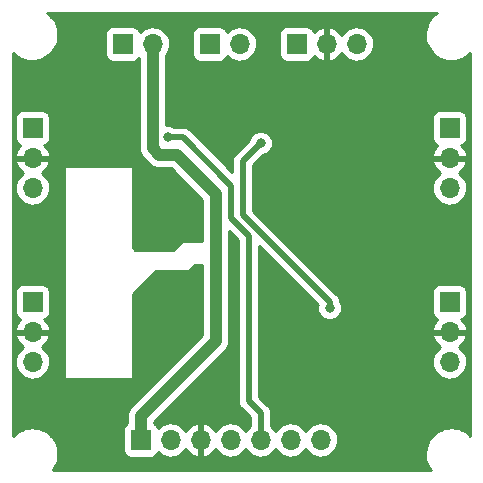
<source format=gbr>
%TF.GenerationSoftware,KiCad,Pcbnew,(5.99.0-2358-g6d8fb94d8)*%
%TF.CreationDate,2020-07-27T20:35:16+08:00*%
%TF.ProjectId,POWER_BOARD_v2b,504f5745-525f-4424-9f41-52445f763262,rev?*%
%TF.SameCoordinates,Original*%
%TF.FileFunction,Copper,L2,Bot*%
%TF.FilePolarity,Positive*%
%FSLAX46Y46*%
G04 Gerber Fmt 4.6, Leading zero omitted, Abs format (unit mm)*
G04 Created by KiCad (PCBNEW (5.99.0-2358-g6d8fb94d8)) date 2020-07-27 20:35:16*
%MOMM*%
%LPD*%
G01*
G04 APERTURE LIST*
%TA.AperFunction,ComponentPad*%
%ADD10O,1.700000X1.700000*%
%TD*%
%TA.AperFunction,ComponentPad*%
%ADD11R,1.700000X1.700000*%
%TD*%
%TA.AperFunction,ViaPad*%
%ADD12C,0.800000*%
%TD*%
%TA.AperFunction,Conductor*%
%ADD13C,0.500000*%
%TD*%
%TA.AperFunction,Conductor*%
%ADD14C,1.000000*%
%TD*%
%TA.AperFunction,Conductor*%
%ADD15C,0.254000*%
%TD*%
G04 APERTURE END LIST*
D10*
%TO.P,J8,2,Pin_2*%
%TO.N,VCC*%
X72446000Y-53302000D03*
D11*
%TO.P,J8,1,Pin_1*%
%TO.N,GND*%
X69906000Y-53302000D03*
%TD*%
D10*
%TO.P,J7,2,Pin_2*%
%TO.N,PPM*%
X79812000Y-53302000D03*
D11*
%TO.P,J7,1,Pin_1*%
%TO.N,GND*%
X77272000Y-53302000D03*
%TD*%
D10*
%TO.P,J6,3,Pin_3*%
%TO.N,SBUS*%
X89718000Y-53302000D03*
%TO.P,J6,2,Pin_2*%
%TO.N,+5V*%
X87178000Y-53302000D03*
D11*
%TO.P,J6,1,Pin_1*%
%TO.N,GND*%
X84638000Y-53302000D03*
%TD*%
D10*
%TO.P,J5,7,Pin_7*%
%TO.N,/S4*%
X86670000Y-86830000D03*
%TO.P,J5,6,Pin_6*%
%TO.N,/S3*%
X84130000Y-86830000D03*
%TO.P,J5,5,Pin_5*%
%TO.N,/S2*%
X81590000Y-86830000D03*
%TO.P,J5,4,Pin_4*%
%TO.N,/S1*%
X79050000Y-86830000D03*
%TO.P,J5,3,Pin_3*%
%TO.N,+5V*%
X76510000Y-86830000D03*
%TO.P,J5,2,Pin_2*%
%TO.N,GND*%
X73970000Y-86830000D03*
D11*
%TO.P,J5,1,Pin_1*%
%TO.N,VCC*%
X71430000Y-86830000D03*
%TD*%
D10*
%TO.P,J4,3,Pin_3*%
%TO.N,/S1*%
X62286000Y-80226000D03*
%TO.P,J4,2,Pin_2*%
%TO.N,+5V*%
X62286000Y-77686000D03*
D11*
%TO.P,J4,1,Pin_1*%
%TO.N,GND*%
X62286000Y-75146000D03*
%TD*%
D10*
%TO.P,J3,3,Pin_3*%
%TO.N,/S2*%
X62286000Y-65494000D03*
%TO.P,J3,2,Pin_2*%
%TO.N,+5V*%
X62286000Y-62954000D03*
D11*
%TO.P,J3,1,Pin_1*%
%TO.N,GND*%
X62286000Y-60414000D03*
%TD*%
D10*
%TO.P,J2,3,Pin_3*%
%TO.N,/S3*%
X97592000Y-65494000D03*
%TO.P,J2,2,Pin_2*%
%TO.N,+5V*%
X97592000Y-62954000D03*
D11*
%TO.P,J2,1,Pin_1*%
%TO.N,GND*%
X97592000Y-60414000D03*
%TD*%
D10*
%TO.P,J1,3,Pin_3*%
%TO.N,/S4*%
X97592000Y-80226000D03*
%TO.P,J1,2,Pin_2*%
%TO.N,+5V*%
X97592000Y-77686000D03*
D11*
%TO.P,J1,1,Pin_1*%
%TO.N,GND*%
X97592000Y-75146000D03*
%TD*%
D12*
%TO.N,+5V*%
X72192000Y-66510000D03*
%TO.N,RESET*%
X87432000Y-75654000D03*
X81590000Y-61684000D03*
%TO.N,+5V*%
X79812000Y-58382000D03*
X86924000Y-72860000D03*
X73716000Y-66510000D03*
%TO.N,/S2*%
X73716000Y-61176000D03*
%TO.N,+5V*%
X82098000Y-78956000D03*
%TD*%
D13*
%TO.N,/S2*%
X81590000Y-84544000D02*
X81590000Y-86830000D01*
D14*
%TO.N,VCC*%
X72446000Y-53302000D02*
X72446000Y-62126002D01*
X72446000Y-62126002D02*
X73019998Y-62700000D01*
X73019998Y-62700000D02*
X74478000Y-62700000D01*
X77780000Y-78448000D02*
X71430000Y-84798000D01*
X71430000Y-84798000D02*
X71430000Y-86830000D01*
X74478000Y-62700000D02*
X77780000Y-66002000D01*
X77780000Y-66002000D02*
X77780000Y-78448000D01*
D13*
%TO.N,RESET*%
X87432000Y-75654000D02*
X87432000Y-75146000D01*
X87432000Y-75146000D02*
X80066000Y-67780000D01*
X80066000Y-67780000D02*
X80066000Y-63208000D01*
X80066000Y-63208000D02*
X81590000Y-61684000D01*
%TO.N,/S2*%
X73716000Y-61176000D02*
X74986000Y-61176000D01*
X79111990Y-68069953D02*
X80574000Y-69531962D01*
X74986000Y-61176000D02*
X79111990Y-65301990D01*
X79111990Y-65301990D02*
X79111990Y-68069953D01*
X80574000Y-69531962D02*
X80574000Y-83528000D01*
X80574000Y-83528000D02*
X81590000Y-84544000D01*
%TD*%
%TO.N,+5V*%
D15*
X96353476Y-50749992D02*
X96346781Y-50755357D01*
X96128894Y-50955713D01*
X96122988Y-50961937D01*
X95934309Y-51190011D01*
X95929302Y-51196979D01*
X95773323Y-51448549D01*
X95769308Y-51456131D01*
X95648912Y-51726543D01*
X95645964Y-51734601D01*
X95563382Y-52018850D01*
X95561554Y-52027233D01*
X95518313Y-52320059D01*
X95517640Y-52328613D01*
X95514541Y-52624598D01*
X95515035Y-52633164D01*
X95552133Y-52926832D01*
X95553785Y-52935252D01*
X95630397Y-53221168D01*
X95633176Y-53229285D01*
X95747881Y-53502159D01*
X95751736Y-53509824D01*
X95902413Y-53764606D01*
X95907273Y-53771677D01*
X96091134Y-54003652D01*
X96096909Y-54009998D01*
X96310551Y-54214873D01*
X96317133Y-54220377D01*
X96556605Y-54394363D01*
X96563873Y-54398922D01*
X96824740Y-54538798D01*
X96832560Y-54542329D01*
X97109998Y-54645507D01*
X97118224Y-54647944D01*
X97407098Y-54712514D01*
X97415579Y-54713812D01*
X97710543Y-54738581D01*
X97719122Y-54738716D01*
X98014718Y-54723225D01*
X98023236Y-54722194D01*
X98313996Y-54666728D01*
X98322295Y-54664551D01*
X98602836Y-54570138D01*
X98610762Y-54566855D01*
X98875895Y-54435242D01*
X98883303Y-54430914D01*
X99128121Y-54264536D01*
X99134873Y-54259242D01*
X99354846Y-54061178D01*
X99360816Y-54055016D01*
X99366000Y-54048882D01*
X99366001Y-86452879D01*
X99171412Y-86270147D01*
X99164772Y-86264713D01*
X98923493Y-86093244D01*
X98916177Y-86088761D01*
X98653859Y-85951625D01*
X98646003Y-85948176D01*
X98367500Y-85847909D01*
X98359248Y-85845558D01*
X98069715Y-85784016D01*
X98061220Y-85782807D01*
X97766013Y-85761128D01*
X97757433Y-85761083D01*
X97462015Y-85779669D01*
X97453508Y-85780789D01*
X97163346Y-85839297D01*
X97155070Y-85841561D01*
X96875533Y-85938905D01*
X96867641Y-85942272D01*
X96603901Y-86076654D01*
X96596539Y-86081060D01*
X96353476Y-86249992D01*
X96346781Y-86255357D01*
X96128894Y-86455713D01*
X96122988Y-86461937D01*
X95934309Y-86690011D01*
X95929302Y-86696979D01*
X95773323Y-86948549D01*
X95769308Y-86956131D01*
X95648912Y-87226543D01*
X95645964Y-87234601D01*
X95563382Y-87518850D01*
X95561554Y-87527233D01*
X95518313Y-87820059D01*
X95517640Y-87828613D01*
X95514541Y-88124598D01*
X95515035Y-88133164D01*
X95552133Y-88426832D01*
X95553785Y-88435252D01*
X95630397Y-88721168D01*
X95633176Y-88729285D01*
X95747881Y-89002159D01*
X95751736Y-89009824D01*
X95902413Y-89264606D01*
X95907273Y-89271677D01*
X95982032Y-89366000D01*
X64020547Y-89366000D01*
X64051873Y-89328930D01*
X64056953Y-89322015D01*
X64215559Y-89072093D01*
X64219653Y-89064553D01*
X64342873Y-88795417D01*
X64345905Y-88787391D01*
X64431459Y-88504022D01*
X64433375Y-88495659D01*
X64479731Y-88202974D01*
X64480505Y-88193766D01*
X64484073Y-87852988D01*
X64483493Y-87843766D01*
X64443276Y-87550176D01*
X64441536Y-87541774D01*
X64361936Y-87256675D01*
X64359072Y-87248588D01*
X64241515Y-86976930D01*
X64237580Y-86969306D01*
X64084243Y-86716116D01*
X64079309Y-86709096D01*
X63893029Y-86479060D01*
X63887188Y-86472775D01*
X63671412Y-86270147D01*
X63664772Y-86264713D01*
X63423493Y-86093244D01*
X63416177Y-86088761D01*
X63153859Y-85951625D01*
X63146003Y-85948176D01*
X62867500Y-85847909D01*
X62859248Y-85845558D01*
X62569715Y-85784016D01*
X62561220Y-85782807D01*
X62266013Y-85761128D01*
X62257433Y-85761083D01*
X61962015Y-85779669D01*
X61953508Y-85780789D01*
X61663346Y-85839297D01*
X61655070Y-85841561D01*
X61375533Y-85938905D01*
X61367641Y-85942272D01*
X61103901Y-86076654D01*
X61096539Y-86081060D01*
X60853476Y-86249992D01*
X60846781Y-86255357D01*
X60634000Y-86451018D01*
X60634000Y-80217043D01*
X60797109Y-80217043D01*
X60815188Y-80457497D01*
X60816885Y-80468034D01*
X60875221Y-80702005D01*
X60878669Y-80712104D01*
X60975591Y-80932900D01*
X60980692Y-80942275D01*
X61113430Y-81143584D01*
X61120038Y-81151965D01*
X61284798Y-81328032D01*
X61292722Y-81335180D01*
X61484792Y-81480968D01*
X61493808Y-81486679D01*
X61707696Y-81598021D01*
X61717545Y-81602131D01*
X61947134Y-81675844D01*
X61957535Y-81678236D01*
X62196262Y-81712212D01*
X62206917Y-81712817D01*
X62447956Y-81706084D01*
X62458561Y-81704885D01*
X62695019Y-81657636D01*
X62705270Y-81654667D01*
X62930387Y-81568253D01*
X62939991Y-81563600D01*
X63147330Y-81440491D01*
X63156012Y-81434286D01*
X63339645Y-81278004D01*
X63347158Y-81270424D01*
X63501833Y-81085435D01*
X63507962Y-81076698D01*
X63629256Y-80868294D01*
X63633825Y-80858650D01*
X63718272Y-80632787D01*
X63721151Y-80622511D01*
X63766392Y-80385351D01*
X63767507Y-80374128D01*
X63770077Y-80106341D01*
X63769178Y-80095099D01*
X63728499Y-79857114D01*
X63725817Y-79846784D01*
X63645723Y-79619343D01*
X63641339Y-79609612D01*
X63524067Y-79398916D01*
X63518107Y-79390064D01*
X63367013Y-79202140D01*
X63359647Y-79194417D01*
X63179049Y-79034638D01*
X63170486Y-79028267D01*
X63053888Y-78955973D01*
X63147330Y-78900491D01*
X63156012Y-78894286D01*
X63339645Y-78738004D01*
X63347158Y-78730424D01*
X63501833Y-78545435D01*
X63507962Y-78536698D01*
X63629256Y-78328294D01*
X63633825Y-78318650D01*
X63718272Y-78092787D01*
X63721151Y-78082511D01*
X63754943Y-77905369D01*
X63679356Y-77814000D01*
X60888272Y-77814000D01*
X60812602Y-77910853D01*
X60875221Y-78162005D01*
X60878669Y-78172104D01*
X60975591Y-78392900D01*
X60980692Y-78402275D01*
X61113430Y-78603584D01*
X61120038Y-78611965D01*
X61284798Y-78788032D01*
X61292722Y-78795180D01*
X61484792Y-78940968D01*
X61493808Y-78946679D01*
X61510166Y-78955194D01*
X61509032Y-78955882D01*
X61314199Y-79097957D01*
X61306138Y-79104952D01*
X61138029Y-79277822D01*
X61131263Y-79286074D01*
X60994683Y-79484798D01*
X60989403Y-79494073D01*
X60888260Y-79712968D01*
X60884618Y-79723000D01*
X60821802Y-79955807D01*
X60819903Y-79966309D01*
X60797211Y-80206372D01*
X60797109Y-80217043D01*
X60634000Y-80217043D01*
X60634000Y-74290499D01*
X60794163Y-74290499D01*
X60794163Y-76004258D01*
X60796319Y-76020634D01*
X60871137Y-76299859D01*
X60883880Y-76324339D01*
X61014990Y-76480590D01*
X61031879Y-76494761D01*
X61206120Y-76595359D01*
X61226837Y-76602900D01*
X61263029Y-76609282D01*
X61138029Y-76737822D01*
X61131263Y-76746074D01*
X60994683Y-76944798D01*
X60989403Y-76954073D01*
X60888260Y-77172968D01*
X60884619Y-77183000D01*
X60810085Y-77459233D01*
X60885734Y-77558000D01*
X63678863Y-77558000D01*
X63754373Y-77468487D01*
X63728499Y-77317114D01*
X63725817Y-77306784D01*
X63645723Y-77079343D01*
X63641339Y-77069612D01*
X63524067Y-76858916D01*
X63518107Y-76850064D01*
X63367013Y-76662140D01*
X63359647Y-76654417D01*
X63297130Y-76599107D01*
X63439859Y-76560863D01*
X63464339Y-76548120D01*
X63620590Y-76417010D01*
X63634761Y-76400121D01*
X63735359Y-76225880D01*
X63742900Y-76205163D01*
X63776878Y-76012462D01*
X63777837Y-76001501D01*
X63777837Y-74287742D01*
X63775681Y-74271366D01*
X63700863Y-73992142D01*
X63688120Y-73967662D01*
X63557010Y-73811410D01*
X63540121Y-73797239D01*
X63365880Y-73696641D01*
X63345163Y-73689100D01*
X63152462Y-73655122D01*
X63141501Y-73654163D01*
X61427742Y-73654163D01*
X61411366Y-73656319D01*
X61132142Y-73731137D01*
X61107662Y-73743880D01*
X60951410Y-73874990D01*
X60937239Y-73891879D01*
X60836641Y-74066120D01*
X60829100Y-74086837D01*
X60795122Y-74279538D01*
X60794163Y-74290499D01*
X60634000Y-74290499D01*
X60634000Y-65485043D01*
X60797109Y-65485043D01*
X60815188Y-65725497D01*
X60816885Y-65736034D01*
X60875221Y-65970005D01*
X60878669Y-65980104D01*
X60975591Y-66200900D01*
X60980692Y-66210275D01*
X61113430Y-66411584D01*
X61120038Y-66419965D01*
X61284798Y-66596032D01*
X61292722Y-66603180D01*
X61484792Y-66748968D01*
X61493808Y-66754679D01*
X61707696Y-66866021D01*
X61717545Y-66870131D01*
X61947134Y-66943844D01*
X61957535Y-66946236D01*
X62196262Y-66980212D01*
X62206917Y-66980817D01*
X62447956Y-66974084D01*
X62458561Y-66972885D01*
X62695019Y-66925636D01*
X62705270Y-66922667D01*
X62930387Y-66836253D01*
X62939991Y-66831600D01*
X63147330Y-66708491D01*
X63156012Y-66702286D01*
X63339645Y-66546004D01*
X63347158Y-66538424D01*
X63501833Y-66353435D01*
X63507962Y-66344698D01*
X63629256Y-66136294D01*
X63633825Y-66126650D01*
X63718272Y-65900787D01*
X63721151Y-65890511D01*
X63766392Y-65653351D01*
X63767507Y-65642128D01*
X63770077Y-65374341D01*
X63769178Y-65363099D01*
X63728499Y-65125114D01*
X63725817Y-65114784D01*
X63645723Y-64887343D01*
X63641339Y-64877612D01*
X63524067Y-64666916D01*
X63518107Y-64658064D01*
X63367013Y-64470140D01*
X63359647Y-64462417D01*
X63179049Y-64302638D01*
X63170486Y-64296267D01*
X63053888Y-64223973D01*
X63147330Y-64168491D01*
X63156012Y-64162286D01*
X63339645Y-64006004D01*
X63347158Y-63998424D01*
X63501833Y-63813435D01*
X63507962Y-63804698D01*
X63589961Y-63663809D01*
X64954000Y-63663809D01*
X64954000Y-81548191D01*
X65027809Y-81622000D01*
X70720191Y-81622000D01*
X70794000Y-81548191D01*
X70794000Y-74436190D01*
X72752190Y-72478000D01*
X75519063Y-72478000D01*
X75565373Y-72458818D01*
X76054190Y-71970000D01*
X76644000Y-71970000D01*
X76644001Y-77977453D01*
X70654602Y-83966853D01*
X70585357Y-84027259D01*
X70575192Y-84038549D01*
X70517637Y-84120442D01*
X70455897Y-84199182D01*
X70448027Y-84212178D01*
X70438798Y-84232619D01*
X70425891Y-84250983D01*
X70418712Y-84264372D01*
X70382355Y-84357624D01*
X70341177Y-84448824D01*
X70336634Y-84463319D01*
X70332544Y-84485381D01*
X70324333Y-84506443D01*
X70320512Y-84521487D01*
X70309081Y-84611981D01*
X70289316Y-84718623D01*
X70288362Y-84733786D01*
X70294000Y-84831571D01*
X70294000Y-85410352D01*
X70276142Y-85415137D01*
X70251662Y-85427880D01*
X70095410Y-85558990D01*
X70081239Y-85575879D01*
X69980641Y-85750120D01*
X69973100Y-85770837D01*
X69939122Y-85963538D01*
X69938163Y-85974499D01*
X69938163Y-87688258D01*
X69940319Y-87704634D01*
X70015137Y-87983859D01*
X70027880Y-88008339D01*
X70158990Y-88164590D01*
X70175879Y-88178761D01*
X70350120Y-88279359D01*
X70370837Y-88286900D01*
X70563538Y-88320878D01*
X70574499Y-88321837D01*
X72288258Y-88321837D01*
X72304634Y-88319681D01*
X72583859Y-88244863D01*
X72608339Y-88232120D01*
X72764590Y-88101010D01*
X72778761Y-88084121D01*
X72879359Y-87909880D01*
X72886900Y-87889163D01*
X72893525Y-87851593D01*
X72968798Y-87932032D01*
X72976722Y-87939180D01*
X73168792Y-88084968D01*
X73177808Y-88090679D01*
X73391696Y-88202021D01*
X73401545Y-88206131D01*
X73631134Y-88279844D01*
X73641535Y-88282236D01*
X73880262Y-88316212D01*
X73890917Y-88316817D01*
X74131956Y-88310084D01*
X74142561Y-88308885D01*
X74379019Y-88261636D01*
X74389270Y-88258667D01*
X74614387Y-88172253D01*
X74623991Y-88167600D01*
X74831330Y-88044491D01*
X74840012Y-88038286D01*
X75023645Y-87882004D01*
X75031158Y-87874424D01*
X75185833Y-87689435D01*
X75191962Y-87680698D01*
X75239486Y-87599043D01*
X75337430Y-87747584D01*
X75344038Y-87755965D01*
X75508798Y-87932032D01*
X75516722Y-87939180D01*
X75708792Y-88084968D01*
X75717808Y-88090679D01*
X75931696Y-88202021D01*
X75941545Y-88206131D01*
X76171134Y-88279845D01*
X76181535Y-88282236D01*
X76295162Y-88298407D01*
X76382000Y-88223052D01*
X76382001Y-87031808D01*
X76382000Y-87031807D01*
X76382001Y-85436201D01*
X76296981Y-85360982D01*
X76209474Y-85371726D01*
X76199030Y-85373918D01*
X75968068Y-85443210D01*
X75958142Y-85447130D01*
X75742155Y-85554346D01*
X75733032Y-85559882D01*
X75538199Y-85701957D01*
X75530138Y-85708952D01*
X75362029Y-85881822D01*
X75355263Y-85890074D01*
X75239229Y-86058903D01*
X75208067Y-86002916D01*
X75202107Y-85994064D01*
X75051013Y-85806140D01*
X75043647Y-85798417D01*
X74863049Y-85638638D01*
X74854486Y-85632267D01*
X74649549Y-85505202D01*
X74640036Y-85500365D01*
X74416619Y-85409645D01*
X74406427Y-85406480D01*
X74170919Y-85354700D01*
X74160340Y-85353298D01*
X73919475Y-85341939D01*
X73908809Y-85342339D01*
X73669474Y-85371727D01*
X73659030Y-85373918D01*
X73428068Y-85443210D01*
X73418142Y-85447130D01*
X73202155Y-85554346D01*
X73193032Y-85559882D01*
X72998199Y-85701957D01*
X72990138Y-85708952D01*
X72883137Y-85818983D01*
X72844863Y-85676142D01*
X72832120Y-85651662D01*
X72701010Y-85495410D01*
X72684121Y-85481239D01*
X72566000Y-85413041D01*
X72566000Y-85268545D01*
X78555398Y-79279147D01*
X78624642Y-79218742D01*
X78634808Y-79207452D01*
X78692370Y-79125550D01*
X78754103Y-79046819D01*
X78761972Y-79033825D01*
X78771204Y-79013379D01*
X78784109Y-78995017D01*
X78791288Y-78981628D01*
X78827644Y-78888379D01*
X78868823Y-78797179D01*
X78873367Y-78782682D01*
X78877456Y-78760618D01*
X78885667Y-78739559D01*
X78889488Y-78724514D01*
X78900920Y-78634018D01*
X78920684Y-78527378D01*
X78921638Y-78512215D01*
X78916000Y-78414430D01*
X78916000Y-69126955D01*
X79688000Y-69898954D01*
X79688001Y-83428737D01*
X79683785Y-83447369D01*
X79682345Y-83465265D01*
X79688001Y-83556429D01*
X79688001Y-83587052D01*
X79688638Y-83595994D01*
X79691845Y-83618390D01*
X79696937Y-83700464D01*
X79700578Y-83718044D01*
X79709759Y-83743476D01*
X79713593Y-83770247D01*
X79718632Y-83787479D01*
X79752669Y-83862342D01*
X79780660Y-83939877D01*
X79789320Y-83956045D01*
X79804762Y-83976913D01*
X79816167Y-84001998D01*
X79825840Y-84017123D01*
X79887274Y-84088420D01*
X79901119Y-84107131D01*
X79907223Y-84114215D01*
X79923675Y-84130666D01*
X79979664Y-84195645D01*
X79993193Y-84207447D01*
X80013834Y-84220826D01*
X80704000Y-84910993D01*
X80704001Y-85639389D01*
X80618199Y-85701957D01*
X80610138Y-85708952D01*
X80442029Y-85881822D01*
X80435263Y-85890074D01*
X80319229Y-86058903D01*
X80288067Y-86002916D01*
X80282107Y-85994064D01*
X80131013Y-85806140D01*
X80123647Y-85798417D01*
X79943049Y-85638638D01*
X79934486Y-85632267D01*
X79729549Y-85505202D01*
X79720036Y-85500365D01*
X79496619Y-85409645D01*
X79486427Y-85406480D01*
X79250919Y-85354700D01*
X79240340Y-85353298D01*
X78999475Y-85341939D01*
X78988809Y-85342339D01*
X78749474Y-85371727D01*
X78739030Y-85373918D01*
X78508068Y-85443210D01*
X78498142Y-85447130D01*
X78282155Y-85554346D01*
X78273032Y-85559882D01*
X78078199Y-85701957D01*
X78070138Y-85708952D01*
X77902029Y-85881822D01*
X77895263Y-85890074D01*
X77779229Y-86058903D01*
X77748067Y-86002916D01*
X77742107Y-85994064D01*
X77591013Y-85806140D01*
X77583647Y-85798417D01*
X77403049Y-85638638D01*
X77394486Y-85632267D01*
X77189549Y-85505202D01*
X77180036Y-85500365D01*
X76956619Y-85409645D01*
X76946427Y-85406480D01*
X76732096Y-85359356D01*
X76638000Y-85435011D01*
X76637999Y-86628192D01*
X76638000Y-86628193D01*
X76637999Y-88223748D01*
X76730217Y-88299362D01*
X76919019Y-88261636D01*
X76929270Y-88258667D01*
X77154387Y-88172253D01*
X77163991Y-88167600D01*
X77371330Y-88044491D01*
X77380012Y-88038286D01*
X77563645Y-87882004D01*
X77571158Y-87874424D01*
X77725833Y-87689435D01*
X77731962Y-87680698D01*
X77779486Y-87599043D01*
X77877430Y-87747584D01*
X77884038Y-87755965D01*
X78048798Y-87932032D01*
X78056722Y-87939180D01*
X78248792Y-88084968D01*
X78257808Y-88090679D01*
X78471696Y-88202021D01*
X78481545Y-88206131D01*
X78711134Y-88279844D01*
X78721535Y-88282236D01*
X78960262Y-88316212D01*
X78970917Y-88316817D01*
X79211956Y-88310084D01*
X79222561Y-88308885D01*
X79459019Y-88261636D01*
X79469270Y-88258667D01*
X79694387Y-88172253D01*
X79703991Y-88167600D01*
X79911330Y-88044491D01*
X79920012Y-88038286D01*
X80103645Y-87882004D01*
X80111158Y-87874424D01*
X80265833Y-87689435D01*
X80271962Y-87680698D01*
X80319486Y-87599043D01*
X80417430Y-87747584D01*
X80424038Y-87755965D01*
X80588798Y-87932032D01*
X80596722Y-87939180D01*
X80788792Y-88084968D01*
X80797808Y-88090679D01*
X81011696Y-88202021D01*
X81021545Y-88206131D01*
X81251134Y-88279844D01*
X81261535Y-88282236D01*
X81500262Y-88316212D01*
X81510917Y-88316817D01*
X81751956Y-88310084D01*
X81762561Y-88308885D01*
X81999019Y-88261636D01*
X82009270Y-88258667D01*
X82234387Y-88172253D01*
X82243991Y-88167600D01*
X82451330Y-88044491D01*
X82460012Y-88038286D01*
X82643645Y-87882004D01*
X82651158Y-87874424D01*
X82805833Y-87689435D01*
X82811962Y-87680698D01*
X82859486Y-87599043D01*
X82957430Y-87747584D01*
X82964038Y-87755965D01*
X83128798Y-87932032D01*
X83136722Y-87939180D01*
X83328792Y-88084968D01*
X83337808Y-88090679D01*
X83551696Y-88202021D01*
X83561545Y-88206131D01*
X83791134Y-88279844D01*
X83801535Y-88282236D01*
X84040262Y-88316212D01*
X84050917Y-88316817D01*
X84291956Y-88310084D01*
X84302561Y-88308885D01*
X84539019Y-88261636D01*
X84549270Y-88258667D01*
X84774387Y-88172253D01*
X84783991Y-88167600D01*
X84991330Y-88044491D01*
X85000012Y-88038286D01*
X85183645Y-87882004D01*
X85191158Y-87874424D01*
X85345833Y-87689435D01*
X85351962Y-87680698D01*
X85399486Y-87599043D01*
X85497430Y-87747584D01*
X85504038Y-87755965D01*
X85668798Y-87932032D01*
X85676722Y-87939180D01*
X85868792Y-88084968D01*
X85877808Y-88090679D01*
X86091696Y-88202021D01*
X86101545Y-88206131D01*
X86331134Y-88279844D01*
X86341535Y-88282236D01*
X86580262Y-88316212D01*
X86590917Y-88316817D01*
X86831956Y-88310084D01*
X86842561Y-88308885D01*
X87079019Y-88261636D01*
X87089270Y-88258667D01*
X87314387Y-88172253D01*
X87323991Y-88167600D01*
X87531330Y-88044491D01*
X87540012Y-88038286D01*
X87723645Y-87882004D01*
X87731158Y-87874424D01*
X87885833Y-87689435D01*
X87891962Y-87680698D01*
X88013256Y-87472294D01*
X88017825Y-87462650D01*
X88102272Y-87236787D01*
X88105151Y-87226511D01*
X88150392Y-86989351D01*
X88151507Y-86978128D01*
X88154077Y-86710341D01*
X88153178Y-86699099D01*
X88112499Y-86461114D01*
X88109817Y-86450784D01*
X88029723Y-86223343D01*
X88025339Y-86213612D01*
X87908067Y-86002916D01*
X87902107Y-85994064D01*
X87751013Y-85806140D01*
X87743647Y-85798417D01*
X87563049Y-85638638D01*
X87554486Y-85632267D01*
X87349549Y-85505202D01*
X87340036Y-85500365D01*
X87116619Y-85409645D01*
X87106427Y-85406480D01*
X86870919Y-85354700D01*
X86860340Y-85353298D01*
X86619475Y-85341939D01*
X86608809Y-85342339D01*
X86369474Y-85371727D01*
X86359030Y-85373918D01*
X86128068Y-85443210D01*
X86118142Y-85447130D01*
X85902155Y-85554346D01*
X85893032Y-85559882D01*
X85698199Y-85701957D01*
X85690138Y-85708952D01*
X85522029Y-85881822D01*
X85515263Y-85890074D01*
X85399229Y-86058903D01*
X85368067Y-86002916D01*
X85362107Y-85994064D01*
X85211013Y-85806140D01*
X85203647Y-85798417D01*
X85023049Y-85638638D01*
X85014486Y-85632267D01*
X84809549Y-85505202D01*
X84800036Y-85500365D01*
X84576619Y-85409645D01*
X84566427Y-85406480D01*
X84330919Y-85354700D01*
X84320340Y-85353298D01*
X84079475Y-85341939D01*
X84068809Y-85342339D01*
X83829474Y-85371727D01*
X83819030Y-85373918D01*
X83588068Y-85443210D01*
X83578142Y-85447130D01*
X83362155Y-85554346D01*
X83353032Y-85559882D01*
X83158199Y-85701957D01*
X83150138Y-85708952D01*
X82982029Y-85881822D01*
X82975263Y-85890074D01*
X82859229Y-86058903D01*
X82828067Y-86002916D01*
X82822107Y-85994064D01*
X82671013Y-85806140D01*
X82663647Y-85798417D01*
X82483049Y-85638638D01*
X82476000Y-85633393D01*
X82476000Y-84643258D01*
X82480215Y-84624630D01*
X82481655Y-84606735D01*
X82476000Y-84515587D01*
X82476000Y-84484947D01*
X82475363Y-84476005D01*
X82472155Y-84453606D01*
X82467063Y-84371536D01*
X82463423Y-84353956D01*
X82454242Y-84328524D01*
X82450408Y-84301751D01*
X82445369Y-84284521D01*
X82411329Y-84209651D01*
X82383340Y-84132122D01*
X82374680Y-84115956D01*
X82359241Y-84095090D01*
X82347833Y-84070001D01*
X82338161Y-84054877D01*
X82276724Y-83983576D01*
X82262880Y-83964867D01*
X82256777Y-83957784D01*
X82240322Y-83941330D01*
X82184336Y-83876355D01*
X82170807Y-83864553D01*
X82150169Y-83851176D01*
X81460000Y-83161008D01*
X81460000Y-80217043D01*
X96103109Y-80217043D01*
X96121188Y-80457497D01*
X96122885Y-80468034D01*
X96181221Y-80702005D01*
X96184669Y-80712104D01*
X96281591Y-80932900D01*
X96286692Y-80942275D01*
X96419430Y-81143584D01*
X96426038Y-81151965D01*
X96590798Y-81328032D01*
X96598722Y-81335180D01*
X96790792Y-81480968D01*
X96799808Y-81486679D01*
X97013696Y-81598021D01*
X97023545Y-81602131D01*
X97253134Y-81675844D01*
X97263535Y-81678236D01*
X97502262Y-81712212D01*
X97512917Y-81712817D01*
X97753956Y-81706084D01*
X97764561Y-81704885D01*
X98001019Y-81657636D01*
X98011270Y-81654667D01*
X98236387Y-81568253D01*
X98245991Y-81563600D01*
X98453330Y-81440491D01*
X98462012Y-81434286D01*
X98645645Y-81278004D01*
X98653158Y-81270424D01*
X98807833Y-81085435D01*
X98813962Y-81076698D01*
X98935256Y-80868294D01*
X98939825Y-80858650D01*
X99024272Y-80632787D01*
X99027151Y-80622511D01*
X99072392Y-80385351D01*
X99073507Y-80374128D01*
X99076077Y-80106341D01*
X99075178Y-80095099D01*
X99034499Y-79857114D01*
X99031817Y-79846784D01*
X98951723Y-79619343D01*
X98947339Y-79609612D01*
X98830067Y-79398916D01*
X98824107Y-79390064D01*
X98673013Y-79202140D01*
X98665647Y-79194417D01*
X98485049Y-79034638D01*
X98476486Y-79028267D01*
X98359888Y-78955973D01*
X98453330Y-78900491D01*
X98462012Y-78894286D01*
X98645645Y-78738004D01*
X98653158Y-78730424D01*
X98807833Y-78545435D01*
X98813962Y-78536698D01*
X98935256Y-78328294D01*
X98939825Y-78318650D01*
X99024272Y-78092787D01*
X99027151Y-78082511D01*
X99060943Y-77905369D01*
X98985356Y-77814000D01*
X96194272Y-77814000D01*
X96118602Y-77910853D01*
X96181221Y-78162005D01*
X96184669Y-78172104D01*
X96281591Y-78392900D01*
X96286692Y-78402275D01*
X96419430Y-78603584D01*
X96426038Y-78611965D01*
X96590798Y-78788032D01*
X96598722Y-78795180D01*
X96790792Y-78940968D01*
X96799808Y-78946679D01*
X96816166Y-78955194D01*
X96815032Y-78955882D01*
X96620199Y-79097957D01*
X96612138Y-79104952D01*
X96444029Y-79277822D01*
X96437263Y-79286074D01*
X96300683Y-79484798D01*
X96295403Y-79494073D01*
X96194260Y-79712968D01*
X96190618Y-79723000D01*
X96127802Y-79955807D01*
X96125903Y-79966309D01*
X96103211Y-80206372D01*
X96103109Y-80217043D01*
X81460000Y-80217043D01*
X81460000Y-70426991D01*
X86428674Y-75395666D01*
X86398156Y-75509562D01*
X86396000Y-75525937D01*
X86396000Y-75782062D01*
X86398156Y-75798438D01*
X86464446Y-76045835D01*
X86470767Y-76061095D01*
X86598829Y-76282905D01*
X86608884Y-76296009D01*
X86789991Y-76477116D01*
X86803095Y-76487171D01*
X87024905Y-76615233D01*
X87040165Y-76621554D01*
X87287562Y-76687844D01*
X87303938Y-76690000D01*
X87560062Y-76690000D01*
X87576438Y-76687844D01*
X87823835Y-76621554D01*
X87839095Y-76615233D01*
X88060905Y-76487171D01*
X88074009Y-76477116D01*
X88255116Y-76296009D01*
X88265171Y-76282905D01*
X88393233Y-76061095D01*
X88399554Y-76045835D01*
X88465844Y-75798438D01*
X88468000Y-75782062D01*
X88468000Y-75525938D01*
X88465844Y-75509562D01*
X88399554Y-75262165D01*
X88393233Y-75246905D01*
X88318000Y-75116598D01*
X88318000Y-75086947D01*
X88317363Y-75078005D01*
X88314155Y-75055606D01*
X88309063Y-74973536D01*
X88305423Y-74955956D01*
X88296242Y-74930524D01*
X88292408Y-74903752D01*
X88287369Y-74886521D01*
X88253324Y-74811642D01*
X88225339Y-74734122D01*
X88216679Y-74717955D01*
X88201242Y-74697094D01*
X88189834Y-74672002D01*
X88180161Y-74656877D01*
X88118722Y-74585574D01*
X88104882Y-74566869D01*
X88098778Y-74559785D01*
X88082326Y-74543334D01*
X88026337Y-74478355D01*
X88012808Y-74466553D01*
X87992164Y-74453172D01*
X87829491Y-74290499D01*
X96100163Y-74290499D01*
X96100163Y-76004258D01*
X96102319Y-76020634D01*
X96177137Y-76299859D01*
X96189880Y-76324339D01*
X96320990Y-76480590D01*
X96337879Y-76494761D01*
X96512120Y-76595359D01*
X96532837Y-76602900D01*
X96569029Y-76609282D01*
X96444029Y-76737822D01*
X96437263Y-76746074D01*
X96300683Y-76944798D01*
X96295403Y-76954073D01*
X96194260Y-77172968D01*
X96190619Y-77183000D01*
X96116085Y-77459233D01*
X96191734Y-77558000D01*
X98984863Y-77558000D01*
X99060373Y-77468487D01*
X99034499Y-77317114D01*
X99031817Y-77306784D01*
X98951723Y-77079343D01*
X98947339Y-77069612D01*
X98830067Y-76858916D01*
X98824107Y-76850064D01*
X98673013Y-76662140D01*
X98665647Y-76654417D01*
X98603130Y-76599107D01*
X98745859Y-76560863D01*
X98770339Y-76548120D01*
X98926590Y-76417010D01*
X98940761Y-76400121D01*
X99041359Y-76225880D01*
X99048900Y-76205163D01*
X99082878Y-76012462D01*
X99083837Y-76001501D01*
X99083837Y-74287742D01*
X99081681Y-74271366D01*
X99006863Y-73992142D01*
X98994120Y-73967662D01*
X98863010Y-73811410D01*
X98846121Y-73797239D01*
X98671880Y-73696641D01*
X98651163Y-73689100D01*
X98458462Y-73655122D01*
X98447501Y-73654163D01*
X96733742Y-73654163D01*
X96717366Y-73656319D01*
X96438142Y-73731137D01*
X96413662Y-73743880D01*
X96257410Y-73874990D01*
X96243239Y-73891879D01*
X96142641Y-74066120D01*
X96135100Y-74086837D01*
X96101122Y-74279538D01*
X96100163Y-74290499D01*
X87829491Y-74290499D01*
X80952000Y-67413009D01*
X80952000Y-65485043D01*
X96103109Y-65485043D01*
X96121188Y-65725497D01*
X96122885Y-65736034D01*
X96181221Y-65970005D01*
X96184669Y-65980104D01*
X96281591Y-66200900D01*
X96286692Y-66210275D01*
X96419430Y-66411584D01*
X96426038Y-66419965D01*
X96590798Y-66596032D01*
X96598722Y-66603180D01*
X96790792Y-66748968D01*
X96799808Y-66754679D01*
X97013696Y-66866021D01*
X97023545Y-66870131D01*
X97253134Y-66943844D01*
X97263535Y-66946236D01*
X97502262Y-66980212D01*
X97512917Y-66980817D01*
X97753956Y-66974084D01*
X97764561Y-66972885D01*
X98001019Y-66925636D01*
X98011270Y-66922667D01*
X98236387Y-66836253D01*
X98245991Y-66831600D01*
X98453330Y-66708491D01*
X98462012Y-66702286D01*
X98645645Y-66546004D01*
X98653158Y-66538424D01*
X98807833Y-66353435D01*
X98813962Y-66344698D01*
X98935256Y-66136294D01*
X98939825Y-66126650D01*
X99024272Y-65900787D01*
X99027151Y-65890511D01*
X99072392Y-65653351D01*
X99073507Y-65642128D01*
X99076077Y-65374341D01*
X99075178Y-65363099D01*
X99034499Y-65125114D01*
X99031817Y-65114784D01*
X98951723Y-64887343D01*
X98947339Y-64877612D01*
X98830067Y-64666916D01*
X98824107Y-64658064D01*
X98673013Y-64470140D01*
X98665647Y-64462417D01*
X98485049Y-64302638D01*
X98476486Y-64296267D01*
X98359888Y-64223973D01*
X98453330Y-64168491D01*
X98462012Y-64162286D01*
X98645645Y-64006004D01*
X98653158Y-63998424D01*
X98807833Y-63813435D01*
X98813962Y-63804698D01*
X98935256Y-63596294D01*
X98939825Y-63586650D01*
X99024272Y-63360787D01*
X99027151Y-63350511D01*
X99060943Y-63173369D01*
X98985356Y-63082000D01*
X96194272Y-63082000D01*
X96118602Y-63178853D01*
X96181221Y-63430005D01*
X96184669Y-63440104D01*
X96281591Y-63660900D01*
X96286692Y-63670275D01*
X96419430Y-63871584D01*
X96426038Y-63879965D01*
X96590798Y-64056032D01*
X96598722Y-64063180D01*
X96790792Y-64208968D01*
X96799808Y-64214679D01*
X96816166Y-64223194D01*
X96815032Y-64223882D01*
X96620199Y-64365957D01*
X96612138Y-64372952D01*
X96444029Y-64545822D01*
X96437263Y-64554074D01*
X96300683Y-64752798D01*
X96295403Y-64762073D01*
X96194260Y-64980968D01*
X96190618Y-64991000D01*
X96127802Y-65223807D01*
X96125903Y-65234309D01*
X96103211Y-65474372D01*
X96103109Y-65485043D01*
X80952000Y-65485043D01*
X80952000Y-63574992D01*
X81836494Y-62690499D01*
X81981835Y-62651554D01*
X81997095Y-62645233D01*
X82218905Y-62517171D01*
X82232009Y-62507116D01*
X82413116Y-62326009D01*
X82423171Y-62312905D01*
X82551233Y-62091095D01*
X82557554Y-62075835D01*
X82623844Y-61828438D01*
X82626000Y-61812062D01*
X82626000Y-61555938D01*
X82623844Y-61539562D01*
X82557554Y-61292165D01*
X82551233Y-61276905D01*
X82423171Y-61055095D01*
X82413116Y-61041991D01*
X82232009Y-60860884D01*
X82218905Y-60850829D01*
X81997095Y-60722767D01*
X81981835Y-60716446D01*
X81734438Y-60650156D01*
X81718062Y-60648000D01*
X81461938Y-60648000D01*
X81445562Y-60650156D01*
X81198165Y-60716446D01*
X81182905Y-60722767D01*
X80961095Y-60850829D01*
X80947991Y-60860884D01*
X80766884Y-61041991D01*
X80756829Y-61055095D01*
X80628767Y-61276905D01*
X80622446Y-61292165D01*
X80583502Y-61437506D01*
X79509698Y-62511311D01*
X79493538Y-62521507D01*
X79479866Y-62533143D01*
X79419393Y-62601616D01*
X79397747Y-62623261D01*
X79391874Y-62630036D01*
X79378310Y-62648134D01*
X79323873Y-62709772D01*
X79314016Y-62724778D01*
X79302524Y-62749255D01*
X79286306Y-62770896D01*
X79277684Y-62786643D01*
X79248817Y-62863648D01*
X79213784Y-62938265D01*
X79208475Y-62955819D01*
X79204638Y-62981493D01*
X79194964Y-63007299D01*
X79191109Y-63024833D01*
X79184134Y-63118693D01*
X79180694Y-63141710D01*
X79180001Y-63151034D01*
X79180001Y-63174306D01*
X79173644Y-63259836D01*
X79174865Y-63277748D01*
X79180001Y-63301808D01*
X79180001Y-64117009D01*
X75682691Y-60619700D01*
X75672493Y-60603537D01*
X75660857Y-60589865D01*
X75592383Y-60529392D01*
X75570740Y-60507748D01*
X75563967Y-60501876D01*
X75545880Y-60488320D01*
X75484227Y-60433871D01*
X75469222Y-60424015D01*
X75444739Y-60412521D01*
X75423104Y-60396306D01*
X75407357Y-60387684D01*
X75330364Y-60358821D01*
X75255736Y-60323783D01*
X75238181Y-60318475D01*
X75212504Y-60314637D01*
X75186701Y-60304964D01*
X75169167Y-60301109D01*
X75075321Y-60294135D01*
X75052291Y-60290693D01*
X75042966Y-60290000D01*
X75019681Y-60290000D01*
X74934164Y-60283644D01*
X74916252Y-60284865D01*
X74892197Y-60290000D01*
X74253402Y-60290000D01*
X74123095Y-60214767D01*
X74107835Y-60208446D01*
X73860438Y-60142156D01*
X73844062Y-60140000D01*
X73587938Y-60140000D01*
X73582000Y-60140782D01*
X73582000Y-59558499D01*
X96100163Y-59558499D01*
X96100163Y-61272258D01*
X96102319Y-61288634D01*
X96177137Y-61567859D01*
X96189880Y-61592339D01*
X96320990Y-61748590D01*
X96337879Y-61762761D01*
X96512120Y-61863359D01*
X96532837Y-61870900D01*
X96569029Y-61877282D01*
X96444029Y-62005822D01*
X96437263Y-62014074D01*
X96300683Y-62212798D01*
X96295403Y-62222073D01*
X96194260Y-62440968D01*
X96190619Y-62451000D01*
X96116085Y-62727233D01*
X96191734Y-62826000D01*
X98984863Y-62826000D01*
X99060373Y-62736487D01*
X99034499Y-62585114D01*
X99031817Y-62574784D01*
X98951723Y-62347343D01*
X98947339Y-62337612D01*
X98830067Y-62126916D01*
X98824107Y-62118064D01*
X98673013Y-61930140D01*
X98665647Y-61922417D01*
X98603130Y-61867107D01*
X98745859Y-61828863D01*
X98770339Y-61816120D01*
X98926590Y-61685010D01*
X98940761Y-61668121D01*
X99041359Y-61493880D01*
X99048900Y-61473163D01*
X99082878Y-61280462D01*
X99083837Y-61269501D01*
X99083837Y-59555742D01*
X99081681Y-59539366D01*
X99006863Y-59260142D01*
X98994120Y-59235662D01*
X98863010Y-59079410D01*
X98846121Y-59065239D01*
X98671880Y-58964641D01*
X98651163Y-58957100D01*
X98458462Y-58923122D01*
X98447501Y-58922163D01*
X96733742Y-58922163D01*
X96717366Y-58924319D01*
X96438142Y-58999137D01*
X96413662Y-59011880D01*
X96257410Y-59142990D01*
X96243239Y-59159879D01*
X96142641Y-59334120D01*
X96135100Y-59354837D01*
X96101122Y-59547538D01*
X96100163Y-59558499D01*
X73582000Y-59558499D01*
X73582000Y-54256914D01*
X73661833Y-54161435D01*
X73667962Y-54152698D01*
X73789256Y-53944294D01*
X73793825Y-53934650D01*
X73878272Y-53708787D01*
X73881151Y-53698511D01*
X73926392Y-53461351D01*
X73927507Y-53450128D01*
X73930077Y-53182341D01*
X73929178Y-53171099D01*
X73888499Y-52933114D01*
X73885817Y-52922784D01*
X73805723Y-52695343D01*
X73801339Y-52685612D01*
X73684067Y-52474916D01*
X73678107Y-52466064D01*
X73662377Y-52446499D01*
X75780163Y-52446499D01*
X75780163Y-54160258D01*
X75782319Y-54176634D01*
X75857137Y-54455859D01*
X75869880Y-54480339D01*
X76000990Y-54636590D01*
X76017879Y-54650761D01*
X76192120Y-54751359D01*
X76212837Y-54758900D01*
X76405538Y-54792878D01*
X76416499Y-54793837D01*
X78130258Y-54793837D01*
X78146634Y-54791681D01*
X78425859Y-54716863D01*
X78450339Y-54704120D01*
X78606590Y-54573010D01*
X78620761Y-54556121D01*
X78721359Y-54381880D01*
X78728900Y-54361163D01*
X78735525Y-54323593D01*
X78810798Y-54404032D01*
X78818722Y-54411180D01*
X79010792Y-54556968D01*
X79019808Y-54562679D01*
X79233696Y-54674021D01*
X79243545Y-54678131D01*
X79473134Y-54751844D01*
X79483535Y-54754236D01*
X79722262Y-54788212D01*
X79732917Y-54788817D01*
X79973956Y-54782084D01*
X79984561Y-54780885D01*
X80221019Y-54733636D01*
X80231270Y-54730667D01*
X80456387Y-54644253D01*
X80465991Y-54639600D01*
X80673330Y-54516491D01*
X80682012Y-54510286D01*
X80865645Y-54354004D01*
X80873158Y-54346424D01*
X81027833Y-54161435D01*
X81033962Y-54152698D01*
X81155256Y-53944294D01*
X81159825Y-53934650D01*
X81244272Y-53708787D01*
X81247151Y-53698511D01*
X81292392Y-53461351D01*
X81293507Y-53450128D01*
X81296077Y-53182341D01*
X81295178Y-53171099D01*
X81254499Y-52933114D01*
X81251817Y-52922784D01*
X81171723Y-52695343D01*
X81167339Y-52685612D01*
X81050067Y-52474916D01*
X81044107Y-52466064D01*
X81028377Y-52446499D01*
X83146163Y-52446499D01*
X83146163Y-54160258D01*
X83148319Y-54176634D01*
X83223137Y-54455859D01*
X83235880Y-54480339D01*
X83366990Y-54636590D01*
X83383879Y-54650761D01*
X83558120Y-54751359D01*
X83578837Y-54758900D01*
X83771538Y-54792878D01*
X83782499Y-54793837D01*
X85496258Y-54793837D01*
X85512634Y-54791681D01*
X85791859Y-54716863D01*
X85816339Y-54704120D01*
X85972590Y-54573010D01*
X85986761Y-54556121D01*
X86087359Y-54381880D01*
X86094900Y-54361163D01*
X86101525Y-54323593D01*
X86176798Y-54404032D01*
X86184722Y-54411180D01*
X86376792Y-54556968D01*
X86385808Y-54562679D01*
X86599696Y-54674021D01*
X86609545Y-54678131D01*
X86839134Y-54751845D01*
X86849535Y-54754236D01*
X86963162Y-54770407D01*
X87050000Y-54695052D01*
X87050001Y-53503808D01*
X87050000Y-53503807D01*
X87050000Y-53100192D01*
X87305999Y-53100192D01*
X87306000Y-53100193D01*
X87305999Y-54695748D01*
X87398217Y-54771362D01*
X87587019Y-54733636D01*
X87597270Y-54730667D01*
X87822387Y-54644253D01*
X87831991Y-54639600D01*
X88039330Y-54516491D01*
X88048012Y-54510286D01*
X88231645Y-54354004D01*
X88239158Y-54346424D01*
X88393833Y-54161435D01*
X88399962Y-54152698D01*
X88447486Y-54071043D01*
X88545430Y-54219584D01*
X88552038Y-54227965D01*
X88716798Y-54404032D01*
X88724722Y-54411180D01*
X88916792Y-54556968D01*
X88925808Y-54562679D01*
X89139696Y-54674021D01*
X89149545Y-54678131D01*
X89379134Y-54751844D01*
X89389535Y-54754236D01*
X89628262Y-54788212D01*
X89638917Y-54788817D01*
X89879956Y-54782084D01*
X89890561Y-54780885D01*
X90127019Y-54733636D01*
X90137270Y-54730667D01*
X90362387Y-54644253D01*
X90371991Y-54639600D01*
X90579330Y-54516491D01*
X90588012Y-54510286D01*
X90771645Y-54354004D01*
X90779158Y-54346424D01*
X90933833Y-54161435D01*
X90939962Y-54152698D01*
X91061256Y-53944294D01*
X91065825Y-53934650D01*
X91150272Y-53708787D01*
X91153151Y-53698511D01*
X91198392Y-53461351D01*
X91199507Y-53450128D01*
X91202077Y-53182341D01*
X91201178Y-53171099D01*
X91160499Y-52933114D01*
X91157817Y-52922784D01*
X91077723Y-52695343D01*
X91073339Y-52685612D01*
X90956067Y-52474916D01*
X90950107Y-52466064D01*
X90799013Y-52278140D01*
X90791647Y-52270417D01*
X90611049Y-52110638D01*
X90602486Y-52104267D01*
X90397549Y-51977202D01*
X90388036Y-51972365D01*
X90164619Y-51881645D01*
X90154427Y-51878480D01*
X89918919Y-51826700D01*
X89908340Y-51825298D01*
X89667475Y-51813939D01*
X89656809Y-51814339D01*
X89417474Y-51843727D01*
X89407030Y-51845918D01*
X89176068Y-51915210D01*
X89166142Y-51919130D01*
X88950155Y-52026346D01*
X88941032Y-52031882D01*
X88746199Y-52173957D01*
X88738138Y-52180952D01*
X88570029Y-52353822D01*
X88563263Y-52362074D01*
X88447229Y-52530903D01*
X88416067Y-52474916D01*
X88410107Y-52466064D01*
X88259013Y-52278140D01*
X88251647Y-52270417D01*
X88071049Y-52110638D01*
X88062486Y-52104267D01*
X87857549Y-51977202D01*
X87848036Y-51972365D01*
X87624619Y-51881645D01*
X87614427Y-51878480D01*
X87400096Y-51831356D01*
X87306000Y-51907011D01*
X87305999Y-53100192D01*
X87050000Y-53100192D01*
X87050001Y-51908201D01*
X86964981Y-51832982D01*
X86877474Y-51843726D01*
X86867030Y-51845918D01*
X86636068Y-51915210D01*
X86626142Y-51919130D01*
X86410155Y-52026346D01*
X86401032Y-52031882D01*
X86206199Y-52173957D01*
X86198138Y-52180952D01*
X86091137Y-52290983D01*
X86052863Y-52148142D01*
X86040120Y-52123662D01*
X85909010Y-51967410D01*
X85892121Y-51953239D01*
X85717880Y-51852641D01*
X85697163Y-51845100D01*
X85504462Y-51811122D01*
X85493501Y-51810163D01*
X83779742Y-51810163D01*
X83763366Y-51812319D01*
X83484142Y-51887137D01*
X83459662Y-51899880D01*
X83303410Y-52030990D01*
X83289239Y-52047879D01*
X83188641Y-52222120D01*
X83181100Y-52242837D01*
X83147122Y-52435538D01*
X83146163Y-52446499D01*
X81028377Y-52446499D01*
X80893013Y-52278140D01*
X80885647Y-52270417D01*
X80705049Y-52110638D01*
X80696486Y-52104267D01*
X80491549Y-51977202D01*
X80482036Y-51972365D01*
X80258619Y-51881645D01*
X80248427Y-51878480D01*
X80012919Y-51826700D01*
X80002340Y-51825298D01*
X79761475Y-51813939D01*
X79750809Y-51814339D01*
X79511474Y-51843727D01*
X79501030Y-51845918D01*
X79270068Y-51915210D01*
X79260142Y-51919130D01*
X79044155Y-52026346D01*
X79035032Y-52031882D01*
X78840199Y-52173957D01*
X78832138Y-52180952D01*
X78725137Y-52290983D01*
X78686863Y-52148142D01*
X78674120Y-52123662D01*
X78543010Y-51967410D01*
X78526121Y-51953239D01*
X78351880Y-51852641D01*
X78331163Y-51845100D01*
X78138462Y-51811122D01*
X78127501Y-51810163D01*
X76413742Y-51810163D01*
X76397366Y-51812319D01*
X76118142Y-51887137D01*
X76093662Y-51899880D01*
X75937410Y-52030990D01*
X75923239Y-52047879D01*
X75822641Y-52222120D01*
X75815100Y-52242837D01*
X75781122Y-52435538D01*
X75780163Y-52446499D01*
X73662377Y-52446499D01*
X73527013Y-52278140D01*
X73519647Y-52270417D01*
X73339049Y-52110638D01*
X73330486Y-52104267D01*
X73125549Y-51977202D01*
X73116036Y-51972365D01*
X72892619Y-51881645D01*
X72882427Y-51878480D01*
X72646919Y-51826700D01*
X72636340Y-51825298D01*
X72395475Y-51813939D01*
X72384809Y-51814339D01*
X72145474Y-51843727D01*
X72135030Y-51845918D01*
X71904068Y-51915210D01*
X71894142Y-51919130D01*
X71678155Y-52026346D01*
X71669032Y-52031882D01*
X71474199Y-52173957D01*
X71466138Y-52180952D01*
X71359137Y-52290983D01*
X71320863Y-52148142D01*
X71308120Y-52123662D01*
X71177010Y-51967410D01*
X71160121Y-51953239D01*
X70985880Y-51852641D01*
X70965163Y-51845100D01*
X70772462Y-51811122D01*
X70761501Y-51810163D01*
X69047742Y-51810163D01*
X69031366Y-51812319D01*
X68752142Y-51887137D01*
X68727662Y-51899880D01*
X68571410Y-52030990D01*
X68557239Y-52047879D01*
X68456641Y-52222120D01*
X68449100Y-52242837D01*
X68415122Y-52435538D01*
X68414163Y-52446499D01*
X68414163Y-54160258D01*
X68416319Y-54176634D01*
X68491137Y-54455859D01*
X68503880Y-54480339D01*
X68634990Y-54636590D01*
X68651879Y-54650761D01*
X68826120Y-54751359D01*
X68846837Y-54758900D01*
X69039538Y-54792878D01*
X69050499Y-54793837D01*
X70764258Y-54793837D01*
X70780634Y-54791681D01*
X71059859Y-54716863D01*
X71084339Y-54704120D01*
X71240590Y-54573010D01*
X71254761Y-54556121D01*
X71310000Y-54460444D01*
X71310001Y-62086585D01*
X71303751Y-62178258D01*
X71304546Y-62193429D01*
X71321759Y-62292052D01*
X71333777Y-62391369D01*
X71337401Y-62406124D01*
X71345330Y-62427106D01*
X71349188Y-62449212D01*
X71353579Y-62463757D01*
X71393812Y-62555408D01*
X71429181Y-62649011D01*
X71436219Y-62662475D01*
X71448928Y-62680967D01*
X71458012Y-62701661D01*
X71465949Y-62715002D01*
X71521856Y-62787077D01*
X71583286Y-62876460D01*
X71593334Y-62887856D01*
X71666485Y-62953032D01*
X72188851Y-63475398D01*
X72249257Y-63544642D01*
X72260547Y-63554808D01*
X72342447Y-63612369D01*
X72421179Y-63674103D01*
X72434173Y-63681972D01*
X72454619Y-63691204D01*
X72472981Y-63704109D01*
X72486369Y-63711288D01*
X72579620Y-63747645D01*
X72670821Y-63788824D01*
X72685317Y-63793366D01*
X72707378Y-63797455D01*
X72728439Y-63805667D01*
X72743484Y-63809488D01*
X72833969Y-63820918D01*
X72940620Y-63840685D01*
X72955783Y-63841639D01*
X73053580Y-63836000D01*
X74007455Y-63836000D01*
X76644000Y-66472545D01*
X76644000Y-69940000D01*
X74960937Y-69940000D01*
X74914627Y-69959182D01*
X74171810Y-70702000D01*
X70974190Y-70702000D01*
X70794000Y-70521810D01*
X70794000Y-63663809D01*
X70720191Y-63590000D01*
X65027809Y-63590000D01*
X64954000Y-63663809D01*
X63589961Y-63663809D01*
X63629256Y-63596294D01*
X63633825Y-63586650D01*
X63718272Y-63360787D01*
X63721151Y-63350511D01*
X63754943Y-63173369D01*
X63679356Y-63082000D01*
X60888272Y-63082000D01*
X60812602Y-63178853D01*
X60875221Y-63430005D01*
X60878669Y-63440104D01*
X60975591Y-63660900D01*
X60980692Y-63670275D01*
X61113430Y-63871584D01*
X61120038Y-63879965D01*
X61284798Y-64056032D01*
X61292722Y-64063180D01*
X61484792Y-64208968D01*
X61493808Y-64214679D01*
X61510166Y-64223194D01*
X61509032Y-64223882D01*
X61314199Y-64365957D01*
X61306138Y-64372952D01*
X61138029Y-64545822D01*
X61131263Y-64554074D01*
X60994683Y-64752798D01*
X60989403Y-64762073D01*
X60888260Y-64980968D01*
X60884618Y-64991000D01*
X60821802Y-65223807D01*
X60819903Y-65234309D01*
X60797211Y-65474372D01*
X60797109Y-65485043D01*
X60634000Y-65485043D01*
X60634000Y-59558499D01*
X60794163Y-59558499D01*
X60794163Y-61272258D01*
X60796319Y-61288634D01*
X60871137Y-61567859D01*
X60883880Y-61592339D01*
X61014990Y-61748590D01*
X61031879Y-61762761D01*
X61206120Y-61863359D01*
X61226837Y-61870900D01*
X61263029Y-61877282D01*
X61138029Y-62005822D01*
X61131263Y-62014074D01*
X60994683Y-62212798D01*
X60989403Y-62222073D01*
X60888260Y-62440968D01*
X60884619Y-62451000D01*
X60810085Y-62727233D01*
X60885734Y-62826000D01*
X63678863Y-62826000D01*
X63754373Y-62736487D01*
X63728499Y-62585114D01*
X63725817Y-62574784D01*
X63645723Y-62347343D01*
X63641339Y-62337612D01*
X63524067Y-62126916D01*
X63518107Y-62118064D01*
X63367013Y-61930140D01*
X63359647Y-61922417D01*
X63297130Y-61867107D01*
X63439859Y-61828863D01*
X63464339Y-61816120D01*
X63620590Y-61685010D01*
X63634761Y-61668121D01*
X63735359Y-61493880D01*
X63742900Y-61473163D01*
X63776878Y-61280462D01*
X63777837Y-61269501D01*
X63777837Y-59555742D01*
X63775681Y-59539366D01*
X63700863Y-59260142D01*
X63688120Y-59235662D01*
X63557010Y-59079410D01*
X63540121Y-59065239D01*
X63365880Y-58964641D01*
X63345163Y-58957100D01*
X63152462Y-58923122D01*
X63141501Y-58922163D01*
X61427742Y-58922163D01*
X61411366Y-58924319D01*
X61132142Y-58999137D01*
X61107662Y-59011880D01*
X60951410Y-59142990D01*
X60937239Y-59159879D01*
X60836641Y-59334120D01*
X60829100Y-59354837D01*
X60795122Y-59547538D01*
X60794163Y-59558499D01*
X60634000Y-59558499D01*
X60634000Y-54045567D01*
X60810551Y-54214873D01*
X60817133Y-54220377D01*
X61056605Y-54394363D01*
X61063873Y-54398922D01*
X61324740Y-54538798D01*
X61332560Y-54542329D01*
X61609998Y-54645507D01*
X61618224Y-54647944D01*
X61907098Y-54712514D01*
X61915579Y-54713812D01*
X62210543Y-54738581D01*
X62219122Y-54738716D01*
X62514718Y-54723225D01*
X62523236Y-54722194D01*
X62813996Y-54666728D01*
X62822295Y-54664551D01*
X63102836Y-54570138D01*
X63110762Y-54566855D01*
X63375895Y-54435242D01*
X63383303Y-54430914D01*
X63628121Y-54264536D01*
X63634873Y-54259242D01*
X63854846Y-54061178D01*
X63860816Y-54055016D01*
X64051873Y-53828930D01*
X64056953Y-53822015D01*
X64215559Y-53572093D01*
X64219653Y-53564553D01*
X64342873Y-53295417D01*
X64345905Y-53287391D01*
X64431459Y-53004022D01*
X64433375Y-52995659D01*
X64479731Y-52702974D01*
X64480505Y-52693766D01*
X64484073Y-52352988D01*
X64483493Y-52343766D01*
X64443276Y-52050176D01*
X64441536Y-52041774D01*
X64361936Y-51756675D01*
X64359072Y-51748588D01*
X64241515Y-51476930D01*
X64237580Y-51469306D01*
X64084243Y-51216116D01*
X64079309Y-51209096D01*
X63893029Y-50979060D01*
X63887188Y-50972775D01*
X63671412Y-50770147D01*
X63664772Y-50764713D01*
X63480842Y-50634000D01*
X96520368Y-50634000D01*
X96353476Y-50749992D01*
%TA.AperFunction,Conductor*%
G36*
X96353476Y-50749992D02*
G01*
X96346781Y-50755357D01*
X96128894Y-50955713D01*
X96122988Y-50961937D01*
X95934309Y-51190011D01*
X95929302Y-51196979D01*
X95773323Y-51448549D01*
X95769308Y-51456131D01*
X95648912Y-51726543D01*
X95645964Y-51734601D01*
X95563382Y-52018850D01*
X95561554Y-52027233D01*
X95518313Y-52320059D01*
X95517640Y-52328613D01*
X95514541Y-52624598D01*
X95515035Y-52633164D01*
X95552133Y-52926832D01*
X95553785Y-52935252D01*
X95630397Y-53221168D01*
X95633176Y-53229285D01*
X95747881Y-53502159D01*
X95751736Y-53509824D01*
X95902413Y-53764606D01*
X95907273Y-53771677D01*
X96091134Y-54003652D01*
X96096909Y-54009998D01*
X96310551Y-54214873D01*
X96317133Y-54220377D01*
X96556605Y-54394363D01*
X96563873Y-54398922D01*
X96824740Y-54538798D01*
X96832560Y-54542329D01*
X97109998Y-54645507D01*
X97118224Y-54647944D01*
X97407098Y-54712514D01*
X97415579Y-54713812D01*
X97710543Y-54738581D01*
X97719122Y-54738716D01*
X98014718Y-54723225D01*
X98023236Y-54722194D01*
X98313996Y-54666728D01*
X98322295Y-54664551D01*
X98602836Y-54570138D01*
X98610762Y-54566855D01*
X98875895Y-54435242D01*
X98883303Y-54430914D01*
X99128121Y-54264536D01*
X99134873Y-54259242D01*
X99354846Y-54061178D01*
X99360816Y-54055016D01*
X99366000Y-54048882D01*
X99366001Y-86452879D01*
X99171412Y-86270147D01*
X99164772Y-86264713D01*
X98923493Y-86093244D01*
X98916177Y-86088761D01*
X98653859Y-85951625D01*
X98646003Y-85948176D01*
X98367500Y-85847909D01*
X98359248Y-85845558D01*
X98069715Y-85784016D01*
X98061220Y-85782807D01*
X97766013Y-85761128D01*
X97757433Y-85761083D01*
X97462015Y-85779669D01*
X97453508Y-85780789D01*
X97163346Y-85839297D01*
X97155070Y-85841561D01*
X96875533Y-85938905D01*
X96867641Y-85942272D01*
X96603901Y-86076654D01*
X96596539Y-86081060D01*
X96353476Y-86249992D01*
X96346781Y-86255357D01*
X96128894Y-86455713D01*
X96122988Y-86461937D01*
X95934309Y-86690011D01*
X95929302Y-86696979D01*
X95773323Y-86948549D01*
X95769308Y-86956131D01*
X95648912Y-87226543D01*
X95645964Y-87234601D01*
X95563382Y-87518850D01*
X95561554Y-87527233D01*
X95518313Y-87820059D01*
X95517640Y-87828613D01*
X95514541Y-88124598D01*
X95515035Y-88133164D01*
X95552133Y-88426832D01*
X95553785Y-88435252D01*
X95630397Y-88721168D01*
X95633176Y-88729285D01*
X95747881Y-89002159D01*
X95751736Y-89009824D01*
X95902413Y-89264606D01*
X95907273Y-89271677D01*
X95982032Y-89366000D01*
X64020547Y-89366000D01*
X64051873Y-89328930D01*
X64056953Y-89322015D01*
X64215559Y-89072093D01*
X64219653Y-89064553D01*
X64342873Y-88795417D01*
X64345905Y-88787391D01*
X64431459Y-88504022D01*
X64433375Y-88495659D01*
X64479731Y-88202974D01*
X64480505Y-88193766D01*
X64484073Y-87852988D01*
X64483493Y-87843766D01*
X64443276Y-87550176D01*
X64441536Y-87541774D01*
X64361936Y-87256675D01*
X64359072Y-87248588D01*
X64241515Y-86976930D01*
X64237580Y-86969306D01*
X64084243Y-86716116D01*
X64079309Y-86709096D01*
X63893029Y-86479060D01*
X63887188Y-86472775D01*
X63671412Y-86270147D01*
X63664772Y-86264713D01*
X63423493Y-86093244D01*
X63416177Y-86088761D01*
X63153859Y-85951625D01*
X63146003Y-85948176D01*
X62867500Y-85847909D01*
X62859248Y-85845558D01*
X62569715Y-85784016D01*
X62561220Y-85782807D01*
X62266013Y-85761128D01*
X62257433Y-85761083D01*
X61962015Y-85779669D01*
X61953508Y-85780789D01*
X61663346Y-85839297D01*
X61655070Y-85841561D01*
X61375533Y-85938905D01*
X61367641Y-85942272D01*
X61103901Y-86076654D01*
X61096539Y-86081060D01*
X60853476Y-86249992D01*
X60846781Y-86255357D01*
X60634000Y-86451018D01*
X60634000Y-80217043D01*
X60797109Y-80217043D01*
X60815188Y-80457497D01*
X60816885Y-80468034D01*
X60875221Y-80702005D01*
X60878669Y-80712104D01*
X60975591Y-80932900D01*
X60980692Y-80942275D01*
X61113430Y-81143584D01*
X61120038Y-81151965D01*
X61284798Y-81328032D01*
X61292722Y-81335180D01*
X61484792Y-81480968D01*
X61493808Y-81486679D01*
X61707696Y-81598021D01*
X61717545Y-81602131D01*
X61947134Y-81675844D01*
X61957535Y-81678236D01*
X62196262Y-81712212D01*
X62206917Y-81712817D01*
X62447956Y-81706084D01*
X62458561Y-81704885D01*
X62695019Y-81657636D01*
X62705270Y-81654667D01*
X62930387Y-81568253D01*
X62939991Y-81563600D01*
X63147330Y-81440491D01*
X63156012Y-81434286D01*
X63339645Y-81278004D01*
X63347158Y-81270424D01*
X63501833Y-81085435D01*
X63507962Y-81076698D01*
X63629256Y-80868294D01*
X63633825Y-80858650D01*
X63718272Y-80632787D01*
X63721151Y-80622511D01*
X63766392Y-80385351D01*
X63767507Y-80374128D01*
X63770077Y-80106341D01*
X63769178Y-80095099D01*
X63728499Y-79857114D01*
X63725817Y-79846784D01*
X63645723Y-79619343D01*
X63641339Y-79609612D01*
X63524067Y-79398916D01*
X63518107Y-79390064D01*
X63367013Y-79202140D01*
X63359647Y-79194417D01*
X63179049Y-79034638D01*
X63170486Y-79028267D01*
X63053888Y-78955973D01*
X63147330Y-78900491D01*
X63156012Y-78894286D01*
X63339645Y-78738004D01*
X63347158Y-78730424D01*
X63501833Y-78545435D01*
X63507962Y-78536698D01*
X63629256Y-78328294D01*
X63633825Y-78318650D01*
X63718272Y-78092787D01*
X63721151Y-78082511D01*
X63754943Y-77905369D01*
X63679356Y-77814000D01*
X60888272Y-77814000D01*
X60812602Y-77910853D01*
X60875221Y-78162005D01*
X60878669Y-78172104D01*
X60975591Y-78392900D01*
X60980692Y-78402275D01*
X61113430Y-78603584D01*
X61120038Y-78611965D01*
X61284798Y-78788032D01*
X61292722Y-78795180D01*
X61484792Y-78940968D01*
X61493808Y-78946679D01*
X61510166Y-78955194D01*
X61509032Y-78955882D01*
X61314199Y-79097957D01*
X61306138Y-79104952D01*
X61138029Y-79277822D01*
X61131263Y-79286074D01*
X60994683Y-79484798D01*
X60989403Y-79494073D01*
X60888260Y-79712968D01*
X60884618Y-79723000D01*
X60821802Y-79955807D01*
X60819903Y-79966309D01*
X60797211Y-80206372D01*
X60797109Y-80217043D01*
X60634000Y-80217043D01*
X60634000Y-74290499D01*
X60794163Y-74290499D01*
X60794163Y-76004258D01*
X60796319Y-76020634D01*
X60871137Y-76299859D01*
X60883880Y-76324339D01*
X61014990Y-76480590D01*
X61031879Y-76494761D01*
X61206120Y-76595359D01*
X61226837Y-76602900D01*
X61263029Y-76609282D01*
X61138029Y-76737822D01*
X61131263Y-76746074D01*
X60994683Y-76944798D01*
X60989403Y-76954073D01*
X60888260Y-77172968D01*
X60884619Y-77183000D01*
X60810085Y-77459233D01*
X60885734Y-77558000D01*
X63678863Y-77558000D01*
X63754373Y-77468487D01*
X63728499Y-77317114D01*
X63725817Y-77306784D01*
X63645723Y-77079343D01*
X63641339Y-77069612D01*
X63524067Y-76858916D01*
X63518107Y-76850064D01*
X63367013Y-76662140D01*
X63359647Y-76654417D01*
X63297130Y-76599107D01*
X63439859Y-76560863D01*
X63464339Y-76548120D01*
X63620590Y-76417010D01*
X63634761Y-76400121D01*
X63735359Y-76225880D01*
X63742900Y-76205163D01*
X63776878Y-76012462D01*
X63777837Y-76001501D01*
X63777837Y-74287742D01*
X63775681Y-74271366D01*
X63700863Y-73992142D01*
X63688120Y-73967662D01*
X63557010Y-73811410D01*
X63540121Y-73797239D01*
X63365880Y-73696641D01*
X63345163Y-73689100D01*
X63152462Y-73655122D01*
X63141501Y-73654163D01*
X61427742Y-73654163D01*
X61411366Y-73656319D01*
X61132142Y-73731137D01*
X61107662Y-73743880D01*
X60951410Y-73874990D01*
X60937239Y-73891879D01*
X60836641Y-74066120D01*
X60829100Y-74086837D01*
X60795122Y-74279538D01*
X60794163Y-74290499D01*
X60634000Y-74290499D01*
X60634000Y-65485043D01*
X60797109Y-65485043D01*
X60815188Y-65725497D01*
X60816885Y-65736034D01*
X60875221Y-65970005D01*
X60878669Y-65980104D01*
X60975591Y-66200900D01*
X60980692Y-66210275D01*
X61113430Y-66411584D01*
X61120038Y-66419965D01*
X61284798Y-66596032D01*
X61292722Y-66603180D01*
X61484792Y-66748968D01*
X61493808Y-66754679D01*
X61707696Y-66866021D01*
X61717545Y-66870131D01*
X61947134Y-66943844D01*
X61957535Y-66946236D01*
X62196262Y-66980212D01*
X62206917Y-66980817D01*
X62447956Y-66974084D01*
X62458561Y-66972885D01*
X62695019Y-66925636D01*
X62705270Y-66922667D01*
X62930387Y-66836253D01*
X62939991Y-66831600D01*
X63147330Y-66708491D01*
X63156012Y-66702286D01*
X63339645Y-66546004D01*
X63347158Y-66538424D01*
X63501833Y-66353435D01*
X63507962Y-66344698D01*
X63629256Y-66136294D01*
X63633825Y-66126650D01*
X63718272Y-65900787D01*
X63721151Y-65890511D01*
X63766392Y-65653351D01*
X63767507Y-65642128D01*
X63770077Y-65374341D01*
X63769178Y-65363099D01*
X63728499Y-65125114D01*
X63725817Y-65114784D01*
X63645723Y-64887343D01*
X63641339Y-64877612D01*
X63524067Y-64666916D01*
X63518107Y-64658064D01*
X63367013Y-64470140D01*
X63359647Y-64462417D01*
X63179049Y-64302638D01*
X63170486Y-64296267D01*
X63053888Y-64223973D01*
X63147330Y-64168491D01*
X63156012Y-64162286D01*
X63339645Y-64006004D01*
X63347158Y-63998424D01*
X63501833Y-63813435D01*
X63507962Y-63804698D01*
X63589961Y-63663809D01*
X64954000Y-63663809D01*
X64954000Y-81548191D01*
X65027809Y-81622000D01*
X70720191Y-81622000D01*
X70794000Y-81548191D01*
X70794000Y-74436190D01*
X72752190Y-72478000D01*
X75519063Y-72478000D01*
X75565373Y-72458818D01*
X76054190Y-71970000D01*
X76644000Y-71970000D01*
X76644001Y-77977453D01*
X70654602Y-83966853D01*
X70585357Y-84027259D01*
X70575192Y-84038549D01*
X70517637Y-84120442D01*
X70455897Y-84199182D01*
X70448027Y-84212178D01*
X70438798Y-84232619D01*
X70425891Y-84250983D01*
X70418712Y-84264372D01*
X70382355Y-84357624D01*
X70341177Y-84448824D01*
X70336634Y-84463319D01*
X70332544Y-84485381D01*
X70324333Y-84506443D01*
X70320512Y-84521487D01*
X70309081Y-84611981D01*
X70289316Y-84718623D01*
X70288362Y-84733786D01*
X70294000Y-84831571D01*
X70294000Y-85410352D01*
X70276142Y-85415137D01*
X70251662Y-85427880D01*
X70095410Y-85558990D01*
X70081239Y-85575879D01*
X69980641Y-85750120D01*
X69973100Y-85770837D01*
X69939122Y-85963538D01*
X69938163Y-85974499D01*
X69938163Y-87688258D01*
X69940319Y-87704634D01*
X70015137Y-87983859D01*
X70027880Y-88008339D01*
X70158990Y-88164590D01*
X70175879Y-88178761D01*
X70350120Y-88279359D01*
X70370837Y-88286900D01*
X70563538Y-88320878D01*
X70574499Y-88321837D01*
X72288258Y-88321837D01*
X72304634Y-88319681D01*
X72583859Y-88244863D01*
X72608339Y-88232120D01*
X72764590Y-88101010D01*
X72778761Y-88084121D01*
X72879359Y-87909880D01*
X72886900Y-87889163D01*
X72893525Y-87851593D01*
X72968798Y-87932032D01*
X72976722Y-87939180D01*
X73168792Y-88084968D01*
X73177808Y-88090679D01*
X73391696Y-88202021D01*
X73401545Y-88206131D01*
X73631134Y-88279844D01*
X73641535Y-88282236D01*
X73880262Y-88316212D01*
X73890917Y-88316817D01*
X74131956Y-88310084D01*
X74142561Y-88308885D01*
X74379019Y-88261636D01*
X74389270Y-88258667D01*
X74614387Y-88172253D01*
X74623991Y-88167600D01*
X74831330Y-88044491D01*
X74840012Y-88038286D01*
X75023645Y-87882004D01*
X75031158Y-87874424D01*
X75185833Y-87689435D01*
X75191962Y-87680698D01*
X75239486Y-87599043D01*
X75337430Y-87747584D01*
X75344038Y-87755965D01*
X75508798Y-87932032D01*
X75516722Y-87939180D01*
X75708792Y-88084968D01*
X75717808Y-88090679D01*
X75931696Y-88202021D01*
X75941545Y-88206131D01*
X76171134Y-88279845D01*
X76181535Y-88282236D01*
X76295162Y-88298407D01*
X76382000Y-88223052D01*
X76382001Y-87031808D01*
X76382000Y-87031807D01*
X76382001Y-85436201D01*
X76296981Y-85360982D01*
X76209474Y-85371726D01*
X76199030Y-85373918D01*
X75968068Y-85443210D01*
X75958142Y-85447130D01*
X75742155Y-85554346D01*
X75733032Y-85559882D01*
X75538199Y-85701957D01*
X75530138Y-85708952D01*
X75362029Y-85881822D01*
X75355263Y-85890074D01*
X75239229Y-86058903D01*
X75208067Y-86002916D01*
X75202107Y-85994064D01*
X75051013Y-85806140D01*
X75043647Y-85798417D01*
X74863049Y-85638638D01*
X74854486Y-85632267D01*
X74649549Y-85505202D01*
X74640036Y-85500365D01*
X74416619Y-85409645D01*
X74406427Y-85406480D01*
X74170919Y-85354700D01*
X74160340Y-85353298D01*
X73919475Y-85341939D01*
X73908809Y-85342339D01*
X73669474Y-85371727D01*
X73659030Y-85373918D01*
X73428068Y-85443210D01*
X73418142Y-85447130D01*
X73202155Y-85554346D01*
X73193032Y-85559882D01*
X72998199Y-85701957D01*
X72990138Y-85708952D01*
X72883137Y-85818983D01*
X72844863Y-85676142D01*
X72832120Y-85651662D01*
X72701010Y-85495410D01*
X72684121Y-85481239D01*
X72566000Y-85413041D01*
X72566000Y-85268545D01*
X78555398Y-79279147D01*
X78624642Y-79218742D01*
X78634808Y-79207452D01*
X78692370Y-79125550D01*
X78754103Y-79046819D01*
X78761972Y-79033825D01*
X78771204Y-79013379D01*
X78784109Y-78995017D01*
X78791288Y-78981628D01*
X78827644Y-78888379D01*
X78868823Y-78797179D01*
X78873367Y-78782682D01*
X78877456Y-78760618D01*
X78885667Y-78739559D01*
X78889488Y-78724514D01*
X78900920Y-78634018D01*
X78920684Y-78527378D01*
X78921638Y-78512215D01*
X78916000Y-78414430D01*
X78916000Y-69126955D01*
X79688000Y-69898954D01*
X79688001Y-83428737D01*
X79683785Y-83447369D01*
X79682345Y-83465265D01*
X79688001Y-83556429D01*
X79688001Y-83587052D01*
X79688638Y-83595994D01*
X79691845Y-83618390D01*
X79696937Y-83700464D01*
X79700578Y-83718044D01*
X79709759Y-83743476D01*
X79713593Y-83770247D01*
X79718632Y-83787479D01*
X79752669Y-83862342D01*
X79780660Y-83939877D01*
X79789320Y-83956045D01*
X79804762Y-83976913D01*
X79816167Y-84001998D01*
X79825840Y-84017123D01*
X79887274Y-84088420D01*
X79901119Y-84107131D01*
X79907223Y-84114215D01*
X79923675Y-84130666D01*
X79979664Y-84195645D01*
X79993193Y-84207447D01*
X80013834Y-84220826D01*
X80704000Y-84910993D01*
X80704001Y-85639389D01*
X80618199Y-85701957D01*
X80610138Y-85708952D01*
X80442029Y-85881822D01*
X80435263Y-85890074D01*
X80319229Y-86058903D01*
X80288067Y-86002916D01*
X80282107Y-85994064D01*
X80131013Y-85806140D01*
X80123647Y-85798417D01*
X79943049Y-85638638D01*
X79934486Y-85632267D01*
X79729549Y-85505202D01*
X79720036Y-85500365D01*
X79496619Y-85409645D01*
X79486427Y-85406480D01*
X79250919Y-85354700D01*
X79240340Y-85353298D01*
X78999475Y-85341939D01*
X78988809Y-85342339D01*
X78749474Y-85371727D01*
X78739030Y-85373918D01*
X78508068Y-85443210D01*
X78498142Y-85447130D01*
X78282155Y-85554346D01*
X78273032Y-85559882D01*
X78078199Y-85701957D01*
X78070138Y-85708952D01*
X77902029Y-85881822D01*
X77895263Y-85890074D01*
X77779229Y-86058903D01*
X77748067Y-86002916D01*
X77742107Y-85994064D01*
X77591013Y-85806140D01*
X77583647Y-85798417D01*
X77403049Y-85638638D01*
X77394486Y-85632267D01*
X77189549Y-85505202D01*
X77180036Y-85500365D01*
X76956619Y-85409645D01*
X76946427Y-85406480D01*
X76732096Y-85359356D01*
X76638000Y-85435011D01*
X76637999Y-86628192D01*
X76638000Y-86628193D01*
X76637999Y-88223748D01*
X76730217Y-88299362D01*
X76919019Y-88261636D01*
X76929270Y-88258667D01*
X77154387Y-88172253D01*
X77163991Y-88167600D01*
X77371330Y-88044491D01*
X77380012Y-88038286D01*
X77563645Y-87882004D01*
X77571158Y-87874424D01*
X77725833Y-87689435D01*
X77731962Y-87680698D01*
X77779486Y-87599043D01*
X77877430Y-87747584D01*
X77884038Y-87755965D01*
X78048798Y-87932032D01*
X78056722Y-87939180D01*
X78248792Y-88084968D01*
X78257808Y-88090679D01*
X78471696Y-88202021D01*
X78481545Y-88206131D01*
X78711134Y-88279844D01*
X78721535Y-88282236D01*
X78960262Y-88316212D01*
X78970917Y-88316817D01*
X79211956Y-88310084D01*
X79222561Y-88308885D01*
X79459019Y-88261636D01*
X79469270Y-88258667D01*
X79694387Y-88172253D01*
X79703991Y-88167600D01*
X79911330Y-88044491D01*
X79920012Y-88038286D01*
X80103645Y-87882004D01*
X80111158Y-87874424D01*
X80265833Y-87689435D01*
X80271962Y-87680698D01*
X80319486Y-87599043D01*
X80417430Y-87747584D01*
X80424038Y-87755965D01*
X80588798Y-87932032D01*
X80596722Y-87939180D01*
X80788792Y-88084968D01*
X80797808Y-88090679D01*
X81011696Y-88202021D01*
X81021545Y-88206131D01*
X81251134Y-88279844D01*
X81261535Y-88282236D01*
X81500262Y-88316212D01*
X81510917Y-88316817D01*
X81751956Y-88310084D01*
X81762561Y-88308885D01*
X81999019Y-88261636D01*
X82009270Y-88258667D01*
X82234387Y-88172253D01*
X82243991Y-88167600D01*
X82451330Y-88044491D01*
X82460012Y-88038286D01*
X82643645Y-87882004D01*
X82651158Y-87874424D01*
X82805833Y-87689435D01*
X82811962Y-87680698D01*
X82859486Y-87599043D01*
X82957430Y-87747584D01*
X82964038Y-87755965D01*
X83128798Y-87932032D01*
X83136722Y-87939180D01*
X83328792Y-88084968D01*
X83337808Y-88090679D01*
X83551696Y-88202021D01*
X83561545Y-88206131D01*
X83791134Y-88279844D01*
X83801535Y-88282236D01*
X84040262Y-88316212D01*
X84050917Y-88316817D01*
X84291956Y-88310084D01*
X84302561Y-88308885D01*
X84539019Y-88261636D01*
X84549270Y-88258667D01*
X84774387Y-88172253D01*
X84783991Y-88167600D01*
X84991330Y-88044491D01*
X85000012Y-88038286D01*
X85183645Y-87882004D01*
X85191158Y-87874424D01*
X85345833Y-87689435D01*
X85351962Y-87680698D01*
X85399486Y-87599043D01*
X85497430Y-87747584D01*
X85504038Y-87755965D01*
X85668798Y-87932032D01*
X85676722Y-87939180D01*
X85868792Y-88084968D01*
X85877808Y-88090679D01*
X86091696Y-88202021D01*
X86101545Y-88206131D01*
X86331134Y-88279844D01*
X86341535Y-88282236D01*
X86580262Y-88316212D01*
X86590917Y-88316817D01*
X86831956Y-88310084D01*
X86842561Y-88308885D01*
X87079019Y-88261636D01*
X87089270Y-88258667D01*
X87314387Y-88172253D01*
X87323991Y-88167600D01*
X87531330Y-88044491D01*
X87540012Y-88038286D01*
X87723645Y-87882004D01*
X87731158Y-87874424D01*
X87885833Y-87689435D01*
X87891962Y-87680698D01*
X88013256Y-87472294D01*
X88017825Y-87462650D01*
X88102272Y-87236787D01*
X88105151Y-87226511D01*
X88150392Y-86989351D01*
X88151507Y-86978128D01*
X88154077Y-86710341D01*
X88153178Y-86699099D01*
X88112499Y-86461114D01*
X88109817Y-86450784D01*
X88029723Y-86223343D01*
X88025339Y-86213612D01*
X87908067Y-86002916D01*
X87902107Y-85994064D01*
X87751013Y-85806140D01*
X87743647Y-85798417D01*
X87563049Y-85638638D01*
X87554486Y-85632267D01*
X87349549Y-85505202D01*
X87340036Y-85500365D01*
X87116619Y-85409645D01*
X87106427Y-85406480D01*
X86870919Y-85354700D01*
X86860340Y-85353298D01*
X86619475Y-85341939D01*
X86608809Y-85342339D01*
X86369474Y-85371727D01*
X86359030Y-85373918D01*
X86128068Y-85443210D01*
X86118142Y-85447130D01*
X85902155Y-85554346D01*
X85893032Y-85559882D01*
X85698199Y-85701957D01*
X85690138Y-85708952D01*
X85522029Y-85881822D01*
X85515263Y-85890074D01*
X85399229Y-86058903D01*
X85368067Y-86002916D01*
X85362107Y-85994064D01*
X85211013Y-85806140D01*
X85203647Y-85798417D01*
X85023049Y-85638638D01*
X85014486Y-85632267D01*
X84809549Y-85505202D01*
X84800036Y-85500365D01*
X84576619Y-85409645D01*
X84566427Y-85406480D01*
X84330919Y-85354700D01*
X84320340Y-85353298D01*
X84079475Y-85341939D01*
X84068809Y-85342339D01*
X83829474Y-85371727D01*
X83819030Y-85373918D01*
X83588068Y-85443210D01*
X83578142Y-85447130D01*
X83362155Y-85554346D01*
X83353032Y-85559882D01*
X83158199Y-85701957D01*
X83150138Y-85708952D01*
X82982029Y-85881822D01*
X82975263Y-85890074D01*
X82859229Y-86058903D01*
X82828067Y-86002916D01*
X82822107Y-85994064D01*
X82671013Y-85806140D01*
X82663647Y-85798417D01*
X82483049Y-85638638D01*
X82476000Y-85633393D01*
X82476000Y-84643258D01*
X82480215Y-84624630D01*
X82481655Y-84606735D01*
X82476000Y-84515587D01*
X82476000Y-84484947D01*
X82475363Y-84476005D01*
X82472155Y-84453606D01*
X82467063Y-84371536D01*
X82463423Y-84353956D01*
X82454242Y-84328524D01*
X82450408Y-84301751D01*
X82445369Y-84284521D01*
X82411329Y-84209651D01*
X82383340Y-84132122D01*
X82374680Y-84115956D01*
X82359241Y-84095090D01*
X82347833Y-84070001D01*
X82338161Y-84054877D01*
X82276724Y-83983576D01*
X82262880Y-83964867D01*
X82256777Y-83957784D01*
X82240322Y-83941330D01*
X82184336Y-83876355D01*
X82170807Y-83864553D01*
X82150169Y-83851176D01*
X81460000Y-83161008D01*
X81460000Y-80217043D01*
X96103109Y-80217043D01*
X96121188Y-80457497D01*
X96122885Y-80468034D01*
X96181221Y-80702005D01*
X96184669Y-80712104D01*
X96281591Y-80932900D01*
X96286692Y-80942275D01*
X96419430Y-81143584D01*
X96426038Y-81151965D01*
X96590798Y-81328032D01*
X96598722Y-81335180D01*
X96790792Y-81480968D01*
X96799808Y-81486679D01*
X97013696Y-81598021D01*
X97023545Y-81602131D01*
X97253134Y-81675844D01*
X97263535Y-81678236D01*
X97502262Y-81712212D01*
X97512917Y-81712817D01*
X97753956Y-81706084D01*
X97764561Y-81704885D01*
X98001019Y-81657636D01*
X98011270Y-81654667D01*
X98236387Y-81568253D01*
X98245991Y-81563600D01*
X98453330Y-81440491D01*
X98462012Y-81434286D01*
X98645645Y-81278004D01*
X98653158Y-81270424D01*
X98807833Y-81085435D01*
X98813962Y-81076698D01*
X98935256Y-80868294D01*
X98939825Y-80858650D01*
X99024272Y-80632787D01*
X99027151Y-80622511D01*
X99072392Y-80385351D01*
X99073507Y-80374128D01*
X99076077Y-80106341D01*
X99075178Y-80095099D01*
X99034499Y-79857114D01*
X99031817Y-79846784D01*
X98951723Y-79619343D01*
X98947339Y-79609612D01*
X98830067Y-79398916D01*
X98824107Y-79390064D01*
X98673013Y-79202140D01*
X98665647Y-79194417D01*
X98485049Y-79034638D01*
X98476486Y-79028267D01*
X98359888Y-78955973D01*
X98453330Y-78900491D01*
X98462012Y-78894286D01*
X98645645Y-78738004D01*
X98653158Y-78730424D01*
X98807833Y-78545435D01*
X98813962Y-78536698D01*
X98935256Y-78328294D01*
X98939825Y-78318650D01*
X99024272Y-78092787D01*
X99027151Y-78082511D01*
X99060943Y-77905369D01*
X98985356Y-77814000D01*
X96194272Y-77814000D01*
X96118602Y-77910853D01*
X96181221Y-78162005D01*
X96184669Y-78172104D01*
X96281591Y-78392900D01*
X96286692Y-78402275D01*
X96419430Y-78603584D01*
X96426038Y-78611965D01*
X96590798Y-78788032D01*
X96598722Y-78795180D01*
X96790792Y-78940968D01*
X96799808Y-78946679D01*
X96816166Y-78955194D01*
X96815032Y-78955882D01*
X96620199Y-79097957D01*
X96612138Y-79104952D01*
X96444029Y-79277822D01*
X96437263Y-79286074D01*
X96300683Y-79484798D01*
X96295403Y-79494073D01*
X96194260Y-79712968D01*
X96190618Y-79723000D01*
X96127802Y-79955807D01*
X96125903Y-79966309D01*
X96103211Y-80206372D01*
X96103109Y-80217043D01*
X81460000Y-80217043D01*
X81460000Y-70426991D01*
X86428674Y-75395666D01*
X86398156Y-75509562D01*
X86396000Y-75525937D01*
X86396000Y-75782062D01*
X86398156Y-75798438D01*
X86464446Y-76045835D01*
X86470767Y-76061095D01*
X86598829Y-76282905D01*
X86608884Y-76296009D01*
X86789991Y-76477116D01*
X86803095Y-76487171D01*
X87024905Y-76615233D01*
X87040165Y-76621554D01*
X87287562Y-76687844D01*
X87303938Y-76690000D01*
X87560062Y-76690000D01*
X87576438Y-76687844D01*
X87823835Y-76621554D01*
X87839095Y-76615233D01*
X88060905Y-76487171D01*
X88074009Y-76477116D01*
X88255116Y-76296009D01*
X88265171Y-76282905D01*
X88393233Y-76061095D01*
X88399554Y-76045835D01*
X88465844Y-75798438D01*
X88468000Y-75782062D01*
X88468000Y-75525938D01*
X88465844Y-75509562D01*
X88399554Y-75262165D01*
X88393233Y-75246905D01*
X88318000Y-75116598D01*
X88318000Y-75086947D01*
X88317363Y-75078005D01*
X88314155Y-75055606D01*
X88309063Y-74973536D01*
X88305423Y-74955956D01*
X88296242Y-74930524D01*
X88292408Y-74903752D01*
X88287369Y-74886521D01*
X88253324Y-74811642D01*
X88225339Y-74734122D01*
X88216679Y-74717955D01*
X88201242Y-74697094D01*
X88189834Y-74672002D01*
X88180161Y-74656877D01*
X88118722Y-74585574D01*
X88104882Y-74566869D01*
X88098778Y-74559785D01*
X88082326Y-74543334D01*
X88026337Y-74478355D01*
X88012808Y-74466553D01*
X87992164Y-74453172D01*
X87829491Y-74290499D01*
X96100163Y-74290499D01*
X96100163Y-76004258D01*
X96102319Y-76020634D01*
X96177137Y-76299859D01*
X96189880Y-76324339D01*
X96320990Y-76480590D01*
X96337879Y-76494761D01*
X96512120Y-76595359D01*
X96532837Y-76602900D01*
X96569029Y-76609282D01*
X96444029Y-76737822D01*
X96437263Y-76746074D01*
X96300683Y-76944798D01*
X96295403Y-76954073D01*
X96194260Y-77172968D01*
X96190619Y-77183000D01*
X96116085Y-77459233D01*
X96191734Y-77558000D01*
X98984863Y-77558000D01*
X99060373Y-77468487D01*
X99034499Y-77317114D01*
X99031817Y-77306784D01*
X98951723Y-77079343D01*
X98947339Y-77069612D01*
X98830067Y-76858916D01*
X98824107Y-76850064D01*
X98673013Y-76662140D01*
X98665647Y-76654417D01*
X98603130Y-76599107D01*
X98745859Y-76560863D01*
X98770339Y-76548120D01*
X98926590Y-76417010D01*
X98940761Y-76400121D01*
X99041359Y-76225880D01*
X99048900Y-76205163D01*
X99082878Y-76012462D01*
X99083837Y-76001501D01*
X99083837Y-74287742D01*
X99081681Y-74271366D01*
X99006863Y-73992142D01*
X98994120Y-73967662D01*
X98863010Y-73811410D01*
X98846121Y-73797239D01*
X98671880Y-73696641D01*
X98651163Y-73689100D01*
X98458462Y-73655122D01*
X98447501Y-73654163D01*
X96733742Y-73654163D01*
X96717366Y-73656319D01*
X96438142Y-73731137D01*
X96413662Y-73743880D01*
X96257410Y-73874990D01*
X96243239Y-73891879D01*
X96142641Y-74066120D01*
X96135100Y-74086837D01*
X96101122Y-74279538D01*
X96100163Y-74290499D01*
X87829491Y-74290499D01*
X80952000Y-67413009D01*
X80952000Y-65485043D01*
X96103109Y-65485043D01*
X96121188Y-65725497D01*
X96122885Y-65736034D01*
X96181221Y-65970005D01*
X96184669Y-65980104D01*
X96281591Y-66200900D01*
X96286692Y-66210275D01*
X96419430Y-66411584D01*
X96426038Y-66419965D01*
X96590798Y-66596032D01*
X96598722Y-66603180D01*
X96790792Y-66748968D01*
X96799808Y-66754679D01*
X97013696Y-66866021D01*
X97023545Y-66870131D01*
X97253134Y-66943844D01*
X97263535Y-66946236D01*
X97502262Y-66980212D01*
X97512917Y-66980817D01*
X97753956Y-66974084D01*
X97764561Y-66972885D01*
X98001019Y-66925636D01*
X98011270Y-66922667D01*
X98236387Y-66836253D01*
X98245991Y-66831600D01*
X98453330Y-66708491D01*
X98462012Y-66702286D01*
X98645645Y-66546004D01*
X98653158Y-66538424D01*
X98807833Y-66353435D01*
X98813962Y-66344698D01*
X98935256Y-66136294D01*
X98939825Y-66126650D01*
X99024272Y-65900787D01*
X99027151Y-65890511D01*
X99072392Y-65653351D01*
X99073507Y-65642128D01*
X99076077Y-65374341D01*
X99075178Y-65363099D01*
X99034499Y-65125114D01*
X99031817Y-65114784D01*
X98951723Y-64887343D01*
X98947339Y-64877612D01*
X98830067Y-64666916D01*
X98824107Y-64658064D01*
X98673013Y-64470140D01*
X98665647Y-64462417D01*
X98485049Y-64302638D01*
X98476486Y-64296267D01*
X98359888Y-64223973D01*
X98453330Y-64168491D01*
X98462012Y-64162286D01*
X98645645Y-64006004D01*
X98653158Y-63998424D01*
X98807833Y-63813435D01*
X98813962Y-63804698D01*
X98935256Y-63596294D01*
X98939825Y-63586650D01*
X99024272Y-63360787D01*
X99027151Y-63350511D01*
X99060943Y-63173369D01*
X98985356Y-63082000D01*
X96194272Y-63082000D01*
X96118602Y-63178853D01*
X96181221Y-63430005D01*
X96184669Y-63440104D01*
X96281591Y-63660900D01*
X96286692Y-63670275D01*
X96419430Y-63871584D01*
X96426038Y-63879965D01*
X96590798Y-64056032D01*
X96598722Y-64063180D01*
X96790792Y-64208968D01*
X96799808Y-64214679D01*
X96816166Y-64223194D01*
X96815032Y-64223882D01*
X96620199Y-64365957D01*
X96612138Y-64372952D01*
X96444029Y-64545822D01*
X96437263Y-64554074D01*
X96300683Y-64752798D01*
X96295403Y-64762073D01*
X96194260Y-64980968D01*
X96190618Y-64991000D01*
X96127802Y-65223807D01*
X96125903Y-65234309D01*
X96103211Y-65474372D01*
X96103109Y-65485043D01*
X80952000Y-65485043D01*
X80952000Y-63574992D01*
X81836494Y-62690499D01*
X81981835Y-62651554D01*
X81997095Y-62645233D01*
X82218905Y-62517171D01*
X82232009Y-62507116D01*
X82413116Y-62326009D01*
X82423171Y-62312905D01*
X82551233Y-62091095D01*
X82557554Y-62075835D01*
X82623844Y-61828438D01*
X82626000Y-61812062D01*
X82626000Y-61555938D01*
X82623844Y-61539562D01*
X82557554Y-61292165D01*
X82551233Y-61276905D01*
X82423171Y-61055095D01*
X82413116Y-61041991D01*
X82232009Y-60860884D01*
X82218905Y-60850829D01*
X81997095Y-60722767D01*
X81981835Y-60716446D01*
X81734438Y-60650156D01*
X81718062Y-60648000D01*
X81461938Y-60648000D01*
X81445562Y-60650156D01*
X81198165Y-60716446D01*
X81182905Y-60722767D01*
X80961095Y-60850829D01*
X80947991Y-60860884D01*
X80766884Y-61041991D01*
X80756829Y-61055095D01*
X80628767Y-61276905D01*
X80622446Y-61292165D01*
X80583502Y-61437506D01*
X79509698Y-62511311D01*
X79493538Y-62521507D01*
X79479866Y-62533143D01*
X79419393Y-62601616D01*
X79397747Y-62623261D01*
X79391874Y-62630036D01*
X79378310Y-62648134D01*
X79323873Y-62709772D01*
X79314016Y-62724778D01*
X79302524Y-62749255D01*
X79286306Y-62770896D01*
X79277684Y-62786643D01*
X79248817Y-62863648D01*
X79213784Y-62938265D01*
X79208475Y-62955819D01*
X79204638Y-62981493D01*
X79194964Y-63007299D01*
X79191109Y-63024833D01*
X79184134Y-63118693D01*
X79180694Y-63141710D01*
X79180001Y-63151034D01*
X79180001Y-63174306D01*
X79173644Y-63259836D01*
X79174865Y-63277748D01*
X79180001Y-63301808D01*
X79180001Y-64117009D01*
X75682691Y-60619700D01*
X75672493Y-60603537D01*
X75660857Y-60589865D01*
X75592383Y-60529392D01*
X75570740Y-60507748D01*
X75563967Y-60501876D01*
X75545880Y-60488320D01*
X75484227Y-60433871D01*
X75469222Y-60424015D01*
X75444739Y-60412521D01*
X75423104Y-60396306D01*
X75407357Y-60387684D01*
X75330364Y-60358821D01*
X75255736Y-60323783D01*
X75238181Y-60318475D01*
X75212504Y-60314637D01*
X75186701Y-60304964D01*
X75169167Y-60301109D01*
X75075321Y-60294135D01*
X75052291Y-60290693D01*
X75042966Y-60290000D01*
X75019681Y-60290000D01*
X74934164Y-60283644D01*
X74916252Y-60284865D01*
X74892197Y-60290000D01*
X74253402Y-60290000D01*
X74123095Y-60214767D01*
X74107835Y-60208446D01*
X73860438Y-60142156D01*
X73844062Y-60140000D01*
X73587938Y-60140000D01*
X73582000Y-60140782D01*
X73582000Y-59558499D01*
X96100163Y-59558499D01*
X96100163Y-61272258D01*
X96102319Y-61288634D01*
X96177137Y-61567859D01*
X96189880Y-61592339D01*
X96320990Y-61748590D01*
X96337879Y-61762761D01*
X96512120Y-61863359D01*
X96532837Y-61870900D01*
X96569029Y-61877282D01*
X96444029Y-62005822D01*
X96437263Y-62014074D01*
X96300683Y-62212798D01*
X96295403Y-62222073D01*
X96194260Y-62440968D01*
X96190619Y-62451000D01*
X96116085Y-62727233D01*
X96191734Y-62826000D01*
X98984863Y-62826000D01*
X99060373Y-62736487D01*
X99034499Y-62585114D01*
X99031817Y-62574784D01*
X98951723Y-62347343D01*
X98947339Y-62337612D01*
X98830067Y-62126916D01*
X98824107Y-62118064D01*
X98673013Y-61930140D01*
X98665647Y-61922417D01*
X98603130Y-61867107D01*
X98745859Y-61828863D01*
X98770339Y-61816120D01*
X98926590Y-61685010D01*
X98940761Y-61668121D01*
X99041359Y-61493880D01*
X99048900Y-61473163D01*
X99082878Y-61280462D01*
X99083837Y-61269501D01*
X99083837Y-59555742D01*
X99081681Y-59539366D01*
X99006863Y-59260142D01*
X98994120Y-59235662D01*
X98863010Y-59079410D01*
X98846121Y-59065239D01*
X98671880Y-58964641D01*
X98651163Y-58957100D01*
X98458462Y-58923122D01*
X98447501Y-58922163D01*
X96733742Y-58922163D01*
X96717366Y-58924319D01*
X96438142Y-58999137D01*
X96413662Y-59011880D01*
X96257410Y-59142990D01*
X96243239Y-59159879D01*
X96142641Y-59334120D01*
X96135100Y-59354837D01*
X96101122Y-59547538D01*
X96100163Y-59558499D01*
X73582000Y-59558499D01*
X73582000Y-54256914D01*
X73661833Y-54161435D01*
X73667962Y-54152698D01*
X73789256Y-53944294D01*
X73793825Y-53934650D01*
X73878272Y-53708787D01*
X73881151Y-53698511D01*
X73926392Y-53461351D01*
X73927507Y-53450128D01*
X73930077Y-53182341D01*
X73929178Y-53171099D01*
X73888499Y-52933114D01*
X73885817Y-52922784D01*
X73805723Y-52695343D01*
X73801339Y-52685612D01*
X73684067Y-52474916D01*
X73678107Y-52466064D01*
X73662377Y-52446499D01*
X75780163Y-52446499D01*
X75780163Y-54160258D01*
X75782319Y-54176634D01*
X75857137Y-54455859D01*
X75869880Y-54480339D01*
X76000990Y-54636590D01*
X76017879Y-54650761D01*
X76192120Y-54751359D01*
X76212837Y-54758900D01*
X76405538Y-54792878D01*
X76416499Y-54793837D01*
X78130258Y-54793837D01*
X78146634Y-54791681D01*
X78425859Y-54716863D01*
X78450339Y-54704120D01*
X78606590Y-54573010D01*
X78620761Y-54556121D01*
X78721359Y-54381880D01*
X78728900Y-54361163D01*
X78735525Y-54323593D01*
X78810798Y-54404032D01*
X78818722Y-54411180D01*
X79010792Y-54556968D01*
X79019808Y-54562679D01*
X79233696Y-54674021D01*
X79243545Y-54678131D01*
X79473134Y-54751844D01*
X79483535Y-54754236D01*
X79722262Y-54788212D01*
X79732917Y-54788817D01*
X79973956Y-54782084D01*
X79984561Y-54780885D01*
X80221019Y-54733636D01*
X80231270Y-54730667D01*
X80456387Y-54644253D01*
X80465991Y-54639600D01*
X80673330Y-54516491D01*
X80682012Y-54510286D01*
X80865645Y-54354004D01*
X80873158Y-54346424D01*
X81027833Y-54161435D01*
X81033962Y-54152698D01*
X81155256Y-53944294D01*
X81159825Y-53934650D01*
X81244272Y-53708787D01*
X81247151Y-53698511D01*
X81292392Y-53461351D01*
X81293507Y-53450128D01*
X81296077Y-53182341D01*
X81295178Y-53171099D01*
X81254499Y-52933114D01*
X81251817Y-52922784D01*
X81171723Y-52695343D01*
X81167339Y-52685612D01*
X81050067Y-52474916D01*
X81044107Y-52466064D01*
X81028377Y-52446499D01*
X83146163Y-52446499D01*
X83146163Y-54160258D01*
X83148319Y-54176634D01*
X83223137Y-54455859D01*
X83235880Y-54480339D01*
X83366990Y-54636590D01*
X83383879Y-54650761D01*
X83558120Y-54751359D01*
X83578837Y-54758900D01*
X83771538Y-54792878D01*
X83782499Y-54793837D01*
X85496258Y-54793837D01*
X85512634Y-54791681D01*
X85791859Y-54716863D01*
X85816339Y-54704120D01*
X85972590Y-54573010D01*
X85986761Y-54556121D01*
X86087359Y-54381880D01*
X86094900Y-54361163D01*
X86101525Y-54323593D01*
X86176798Y-54404032D01*
X86184722Y-54411180D01*
X86376792Y-54556968D01*
X86385808Y-54562679D01*
X86599696Y-54674021D01*
X86609545Y-54678131D01*
X86839134Y-54751845D01*
X86849535Y-54754236D01*
X86963162Y-54770407D01*
X87050000Y-54695052D01*
X87050001Y-53503808D01*
X87050000Y-53503807D01*
X87050000Y-53100192D01*
X87305999Y-53100192D01*
X87306000Y-53100193D01*
X87305999Y-54695748D01*
X87398217Y-54771362D01*
X87587019Y-54733636D01*
X87597270Y-54730667D01*
X87822387Y-54644253D01*
X87831991Y-54639600D01*
X88039330Y-54516491D01*
X88048012Y-54510286D01*
X88231645Y-54354004D01*
X88239158Y-54346424D01*
X88393833Y-54161435D01*
X88399962Y-54152698D01*
X88447486Y-54071043D01*
X88545430Y-54219584D01*
X88552038Y-54227965D01*
X88716798Y-54404032D01*
X88724722Y-54411180D01*
X88916792Y-54556968D01*
X88925808Y-54562679D01*
X89139696Y-54674021D01*
X89149545Y-54678131D01*
X89379134Y-54751844D01*
X89389535Y-54754236D01*
X89628262Y-54788212D01*
X89638917Y-54788817D01*
X89879956Y-54782084D01*
X89890561Y-54780885D01*
X90127019Y-54733636D01*
X90137270Y-54730667D01*
X90362387Y-54644253D01*
X90371991Y-54639600D01*
X90579330Y-54516491D01*
X90588012Y-54510286D01*
X90771645Y-54354004D01*
X90779158Y-54346424D01*
X90933833Y-54161435D01*
X90939962Y-54152698D01*
X91061256Y-53944294D01*
X91065825Y-53934650D01*
X91150272Y-53708787D01*
X91153151Y-53698511D01*
X91198392Y-53461351D01*
X91199507Y-53450128D01*
X91202077Y-53182341D01*
X91201178Y-53171099D01*
X91160499Y-52933114D01*
X91157817Y-52922784D01*
X91077723Y-52695343D01*
X91073339Y-52685612D01*
X90956067Y-52474916D01*
X90950107Y-52466064D01*
X90799013Y-52278140D01*
X90791647Y-52270417D01*
X90611049Y-52110638D01*
X90602486Y-52104267D01*
X90397549Y-51977202D01*
X90388036Y-51972365D01*
X90164619Y-51881645D01*
X90154427Y-51878480D01*
X89918919Y-51826700D01*
X89908340Y-51825298D01*
X89667475Y-51813939D01*
X89656809Y-51814339D01*
X89417474Y-51843727D01*
X89407030Y-51845918D01*
X89176068Y-51915210D01*
X89166142Y-51919130D01*
X88950155Y-52026346D01*
X88941032Y-52031882D01*
X88746199Y-52173957D01*
X88738138Y-52180952D01*
X88570029Y-52353822D01*
X88563263Y-52362074D01*
X88447229Y-52530903D01*
X88416067Y-52474916D01*
X88410107Y-52466064D01*
X88259013Y-52278140D01*
X88251647Y-52270417D01*
X88071049Y-52110638D01*
X88062486Y-52104267D01*
X87857549Y-51977202D01*
X87848036Y-51972365D01*
X87624619Y-51881645D01*
X87614427Y-51878480D01*
X87400096Y-51831356D01*
X87306000Y-51907011D01*
X87305999Y-53100192D01*
X87050000Y-53100192D01*
X87050001Y-51908201D01*
X86964981Y-51832982D01*
X86877474Y-51843726D01*
X86867030Y-51845918D01*
X86636068Y-51915210D01*
X86626142Y-51919130D01*
X86410155Y-52026346D01*
X86401032Y-52031882D01*
X86206199Y-52173957D01*
X86198138Y-52180952D01*
X86091137Y-52290983D01*
X86052863Y-52148142D01*
X86040120Y-52123662D01*
X85909010Y-51967410D01*
X85892121Y-51953239D01*
X85717880Y-51852641D01*
X85697163Y-51845100D01*
X85504462Y-51811122D01*
X85493501Y-51810163D01*
X83779742Y-51810163D01*
X83763366Y-51812319D01*
X83484142Y-51887137D01*
X83459662Y-51899880D01*
X83303410Y-52030990D01*
X83289239Y-52047879D01*
X83188641Y-52222120D01*
X83181100Y-52242837D01*
X83147122Y-52435538D01*
X83146163Y-52446499D01*
X81028377Y-52446499D01*
X80893013Y-52278140D01*
X80885647Y-52270417D01*
X80705049Y-52110638D01*
X80696486Y-52104267D01*
X80491549Y-51977202D01*
X80482036Y-51972365D01*
X80258619Y-51881645D01*
X80248427Y-51878480D01*
X80012919Y-51826700D01*
X80002340Y-51825298D01*
X79761475Y-51813939D01*
X79750809Y-51814339D01*
X79511474Y-51843727D01*
X79501030Y-51845918D01*
X79270068Y-51915210D01*
X79260142Y-51919130D01*
X79044155Y-52026346D01*
X79035032Y-52031882D01*
X78840199Y-52173957D01*
X78832138Y-52180952D01*
X78725137Y-52290983D01*
X78686863Y-52148142D01*
X78674120Y-52123662D01*
X78543010Y-51967410D01*
X78526121Y-51953239D01*
X78351880Y-51852641D01*
X78331163Y-51845100D01*
X78138462Y-51811122D01*
X78127501Y-51810163D01*
X76413742Y-51810163D01*
X76397366Y-51812319D01*
X76118142Y-51887137D01*
X76093662Y-51899880D01*
X75937410Y-52030990D01*
X75923239Y-52047879D01*
X75822641Y-52222120D01*
X75815100Y-52242837D01*
X75781122Y-52435538D01*
X75780163Y-52446499D01*
X73662377Y-52446499D01*
X73527013Y-52278140D01*
X73519647Y-52270417D01*
X73339049Y-52110638D01*
X73330486Y-52104267D01*
X73125549Y-51977202D01*
X73116036Y-51972365D01*
X72892619Y-51881645D01*
X72882427Y-51878480D01*
X72646919Y-51826700D01*
X72636340Y-51825298D01*
X72395475Y-51813939D01*
X72384809Y-51814339D01*
X72145474Y-51843727D01*
X72135030Y-51845918D01*
X71904068Y-51915210D01*
X71894142Y-51919130D01*
X71678155Y-52026346D01*
X71669032Y-52031882D01*
X71474199Y-52173957D01*
X71466138Y-52180952D01*
X71359137Y-52290983D01*
X71320863Y-52148142D01*
X71308120Y-52123662D01*
X71177010Y-51967410D01*
X71160121Y-51953239D01*
X70985880Y-51852641D01*
X70965163Y-51845100D01*
X70772462Y-51811122D01*
X70761501Y-51810163D01*
X69047742Y-51810163D01*
X69031366Y-51812319D01*
X68752142Y-51887137D01*
X68727662Y-51899880D01*
X68571410Y-52030990D01*
X68557239Y-52047879D01*
X68456641Y-52222120D01*
X68449100Y-52242837D01*
X68415122Y-52435538D01*
X68414163Y-52446499D01*
X68414163Y-54160258D01*
X68416319Y-54176634D01*
X68491137Y-54455859D01*
X68503880Y-54480339D01*
X68634990Y-54636590D01*
X68651879Y-54650761D01*
X68826120Y-54751359D01*
X68846837Y-54758900D01*
X69039538Y-54792878D01*
X69050499Y-54793837D01*
X70764258Y-54793837D01*
X70780634Y-54791681D01*
X71059859Y-54716863D01*
X71084339Y-54704120D01*
X71240590Y-54573010D01*
X71254761Y-54556121D01*
X71310000Y-54460444D01*
X71310001Y-62086585D01*
X71303751Y-62178258D01*
X71304546Y-62193429D01*
X71321759Y-62292052D01*
X71333777Y-62391369D01*
X71337401Y-62406124D01*
X71345330Y-62427106D01*
X71349188Y-62449212D01*
X71353579Y-62463757D01*
X71393812Y-62555408D01*
X71429181Y-62649011D01*
X71436219Y-62662475D01*
X71448928Y-62680967D01*
X71458012Y-62701661D01*
X71465949Y-62715002D01*
X71521856Y-62787077D01*
X71583286Y-62876460D01*
X71593334Y-62887856D01*
X71666485Y-62953032D01*
X72188851Y-63475398D01*
X72249257Y-63544642D01*
X72260547Y-63554808D01*
X72342447Y-63612369D01*
X72421179Y-63674103D01*
X72434173Y-63681972D01*
X72454619Y-63691204D01*
X72472981Y-63704109D01*
X72486369Y-63711288D01*
X72579620Y-63747645D01*
X72670821Y-63788824D01*
X72685317Y-63793366D01*
X72707378Y-63797455D01*
X72728439Y-63805667D01*
X72743484Y-63809488D01*
X72833969Y-63820918D01*
X72940620Y-63840685D01*
X72955783Y-63841639D01*
X73053580Y-63836000D01*
X74007455Y-63836000D01*
X76644000Y-66472545D01*
X76644000Y-69940000D01*
X74960937Y-69940000D01*
X74914627Y-69959182D01*
X74171810Y-70702000D01*
X70974190Y-70702000D01*
X70794000Y-70521810D01*
X70794000Y-63663809D01*
X70720191Y-63590000D01*
X65027809Y-63590000D01*
X64954000Y-63663809D01*
X63589961Y-63663809D01*
X63629256Y-63596294D01*
X63633825Y-63586650D01*
X63718272Y-63360787D01*
X63721151Y-63350511D01*
X63754943Y-63173369D01*
X63679356Y-63082000D01*
X60888272Y-63082000D01*
X60812602Y-63178853D01*
X60875221Y-63430005D01*
X60878669Y-63440104D01*
X60975591Y-63660900D01*
X60980692Y-63670275D01*
X61113430Y-63871584D01*
X61120038Y-63879965D01*
X61284798Y-64056032D01*
X61292722Y-64063180D01*
X61484792Y-64208968D01*
X61493808Y-64214679D01*
X61510166Y-64223194D01*
X61509032Y-64223882D01*
X61314199Y-64365957D01*
X61306138Y-64372952D01*
X61138029Y-64545822D01*
X61131263Y-64554074D01*
X60994683Y-64752798D01*
X60989403Y-64762073D01*
X60888260Y-64980968D01*
X60884618Y-64991000D01*
X60821802Y-65223807D01*
X60819903Y-65234309D01*
X60797211Y-65474372D01*
X60797109Y-65485043D01*
X60634000Y-65485043D01*
X60634000Y-59558499D01*
X60794163Y-59558499D01*
X60794163Y-61272258D01*
X60796319Y-61288634D01*
X60871137Y-61567859D01*
X60883880Y-61592339D01*
X61014990Y-61748590D01*
X61031879Y-61762761D01*
X61206120Y-61863359D01*
X61226837Y-61870900D01*
X61263029Y-61877282D01*
X61138029Y-62005822D01*
X61131263Y-62014074D01*
X60994683Y-62212798D01*
X60989403Y-62222073D01*
X60888260Y-62440968D01*
X60884619Y-62451000D01*
X60810085Y-62727233D01*
X60885734Y-62826000D01*
X63678863Y-62826000D01*
X63754373Y-62736487D01*
X63728499Y-62585114D01*
X63725817Y-62574784D01*
X63645723Y-62347343D01*
X63641339Y-62337612D01*
X63524067Y-62126916D01*
X63518107Y-62118064D01*
X63367013Y-61930140D01*
X63359647Y-61922417D01*
X63297130Y-61867107D01*
X63439859Y-61828863D01*
X63464339Y-61816120D01*
X63620590Y-61685010D01*
X63634761Y-61668121D01*
X63735359Y-61493880D01*
X63742900Y-61473163D01*
X63776878Y-61280462D01*
X63777837Y-61269501D01*
X63777837Y-59555742D01*
X63775681Y-59539366D01*
X63700863Y-59260142D01*
X63688120Y-59235662D01*
X63557010Y-59079410D01*
X63540121Y-59065239D01*
X63365880Y-58964641D01*
X63345163Y-58957100D01*
X63152462Y-58923122D01*
X63141501Y-58922163D01*
X61427742Y-58922163D01*
X61411366Y-58924319D01*
X61132142Y-58999137D01*
X61107662Y-59011880D01*
X60951410Y-59142990D01*
X60937239Y-59159879D01*
X60836641Y-59334120D01*
X60829100Y-59354837D01*
X60795122Y-59547538D01*
X60794163Y-59558499D01*
X60634000Y-59558499D01*
X60634000Y-54045567D01*
X60810551Y-54214873D01*
X60817133Y-54220377D01*
X61056605Y-54394363D01*
X61063873Y-54398922D01*
X61324740Y-54538798D01*
X61332560Y-54542329D01*
X61609998Y-54645507D01*
X61618224Y-54647944D01*
X61907098Y-54712514D01*
X61915579Y-54713812D01*
X62210543Y-54738581D01*
X62219122Y-54738716D01*
X62514718Y-54723225D01*
X62523236Y-54722194D01*
X62813996Y-54666728D01*
X62822295Y-54664551D01*
X63102836Y-54570138D01*
X63110762Y-54566855D01*
X63375895Y-54435242D01*
X63383303Y-54430914D01*
X63628121Y-54264536D01*
X63634873Y-54259242D01*
X63854846Y-54061178D01*
X63860816Y-54055016D01*
X64051873Y-53828930D01*
X64056953Y-53822015D01*
X64215559Y-53572093D01*
X64219653Y-53564553D01*
X64342873Y-53295417D01*
X64345905Y-53287391D01*
X64431459Y-53004022D01*
X64433375Y-52995659D01*
X64479731Y-52702974D01*
X64480505Y-52693766D01*
X64484073Y-52352988D01*
X64483493Y-52343766D01*
X64443276Y-52050176D01*
X64441536Y-52041774D01*
X64361936Y-51756675D01*
X64359072Y-51748588D01*
X64241515Y-51476930D01*
X64237580Y-51469306D01*
X64084243Y-51216116D01*
X64079309Y-51209096D01*
X63893029Y-50979060D01*
X63887188Y-50972775D01*
X63671412Y-50770147D01*
X63664772Y-50764713D01*
X63480842Y-50634000D01*
X96520368Y-50634000D01*
X96353476Y-50749992D01*
G37*
%TD.AperFunction*%
%TD*%
M02*

</source>
